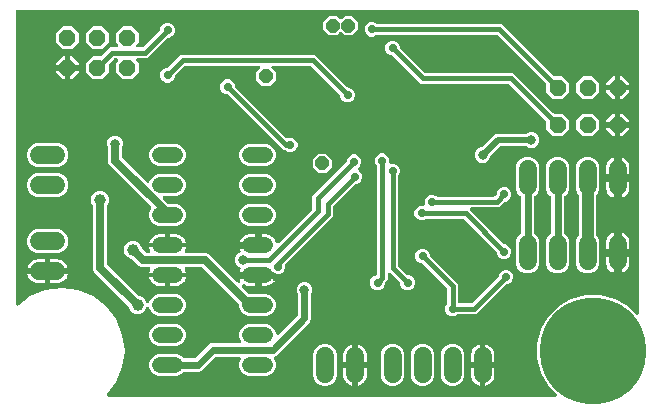
<source format=gbr>
G04 EAGLE Gerber RS-274X export*
G75*
%MOMM*%
%FSLAX34Y34*%
%LPD*%
%INBottom Copper*%
%IPPOS*%
%AMOC8*
5,1,8,0,0,1.08239X$1,22.5*%
G01*
%ADD10C,1.508000*%
%ADD11C,9.000000*%
%ADD12P,1.539592X8X202.500000*%
%ADD13C,1.320800*%
%ADD14P,1.539592X8X112.500000*%
%ADD15P,1.209679X8X22.500000*%
%ADD16P,1.209679X8X112.500000*%
%ADD17C,0.806400*%
%ADD18C,0.706400*%
%ADD19C,0.700000*%
%ADD20C,0.600000*%
%ADD21C,0.500000*%
%ADD22C,1.000000*%
%ADD23C,0.400000*%
%ADD24C,1.006400*%

G36*
X467947Y11201D02*
X467947Y11201D01*
X468050Y11213D01*
X468155Y11215D01*
X468222Y11233D01*
X468290Y11241D01*
X468389Y11276D01*
X468489Y11302D01*
X468550Y11335D01*
X468616Y11358D01*
X468703Y11415D01*
X468795Y11464D01*
X468847Y11509D01*
X468905Y11547D01*
X468977Y11622D01*
X469056Y11691D01*
X469096Y11747D01*
X469144Y11797D01*
X469197Y11887D01*
X469258Y11972D01*
X469284Y12036D01*
X469319Y12095D01*
X469350Y12195D01*
X469389Y12291D01*
X469401Y12360D01*
X469421Y12426D01*
X469428Y12530D01*
X469445Y12633D01*
X469440Y12702D01*
X469445Y12771D01*
X469428Y12873D01*
X469420Y12978D01*
X469400Y13044D01*
X469389Y13112D01*
X469349Y13208D01*
X469318Y13308D01*
X469282Y13367D01*
X469256Y13431D01*
X469195Y13516D01*
X469142Y13605D01*
X469073Y13684D01*
X469054Y13711D01*
X469037Y13726D01*
X469007Y13760D01*
X461958Y20809D01*
X455699Y31650D01*
X452459Y43741D01*
X452459Y56259D01*
X455699Y68350D01*
X461958Y79191D01*
X470809Y88042D01*
X481650Y94301D01*
X493741Y97541D01*
X506259Y97541D01*
X518350Y94301D01*
X529191Y88042D01*
X536240Y80993D01*
X536322Y80928D01*
X536397Y80856D01*
X536457Y80821D01*
X536511Y80778D01*
X536605Y80734D01*
X536695Y80681D01*
X536761Y80661D01*
X536824Y80631D01*
X536926Y80610D01*
X537026Y80579D01*
X537095Y80574D01*
X537162Y80560D01*
X537266Y80563D01*
X537371Y80555D01*
X537439Y80567D01*
X537508Y80568D01*
X537609Y80595D01*
X537712Y80611D01*
X537776Y80638D01*
X537842Y80655D01*
X537935Y80704D01*
X538031Y80744D01*
X538087Y80785D01*
X538148Y80817D01*
X538227Y80885D01*
X538311Y80946D01*
X538357Y80999D01*
X538409Y81044D01*
X538470Y81129D01*
X538538Y81207D01*
X538570Y81269D01*
X538611Y81325D01*
X538650Y81421D01*
X538699Y81514D01*
X538716Y81580D01*
X538743Y81644D01*
X538759Y81747D01*
X538785Y81848D01*
X538792Y81952D01*
X538798Y81986D01*
X538796Y82008D01*
X538799Y82053D01*
X538799Y337300D01*
X538795Y337335D01*
X538798Y337371D01*
X538775Y337507D01*
X538759Y337643D01*
X538747Y337677D01*
X538742Y337712D01*
X538689Y337839D01*
X538642Y337969D01*
X538623Y337998D01*
X538609Y338031D01*
X538528Y338143D01*
X538453Y338258D01*
X538427Y338283D01*
X538407Y338311D01*
X538303Y338402D01*
X538203Y338497D01*
X538172Y338515D01*
X538146Y338538D01*
X538023Y338602D01*
X537905Y338672D01*
X537871Y338682D01*
X537839Y338699D01*
X537706Y338733D01*
X537574Y338774D01*
X537539Y338776D01*
X537505Y338785D01*
X537300Y338799D01*
X12700Y338799D01*
X12665Y338795D01*
X12629Y338798D01*
X12493Y338775D01*
X12357Y338759D01*
X12323Y338747D01*
X12288Y338742D01*
X12161Y338689D01*
X12031Y338642D01*
X12002Y338623D01*
X11969Y338609D01*
X11857Y338528D01*
X11742Y338453D01*
X11717Y338427D01*
X11689Y338407D01*
X11598Y338303D01*
X11503Y338203D01*
X11485Y338172D01*
X11462Y338146D01*
X11398Y338023D01*
X11328Y337905D01*
X11318Y337871D01*
X11301Y337839D01*
X11267Y337706D01*
X11226Y337574D01*
X11224Y337539D01*
X11215Y337505D01*
X11201Y337300D01*
X11201Y89912D01*
X11201Y89905D01*
X11201Y89899D01*
X11221Y89735D01*
X11241Y89568D01*
X11243Y89562D01*
X11243Y89556D01*
X11301Y89401D01*
X11358Y89243D01*
X11361Y89238D01*
X11364Y89232D01*
X11456Y89094D01*
X11547Y88953D01*
X11551Y88949D01*
X11555Y88944D01*
X11676Y88830D01*
X11797Y88715D01*
X11802Y88712D01*
X11807Y88707D01*
X11952Y88624D01*
X12095Y88540D01*
X12101Y88538D01*
X12107Y88535D01*
X12266Y88487D01*
X12426Y88438D01*
X12432Y88437D01*
X12438Y88435D01*
X12603Y88425D01*
X12771Y88414D01*
X12777Y88415D01*
X12783Y88415D01*
X12947Y88443D01*
X13112Y88470D01*
X13117Y88472D01*
X13124Y88473D01*
X13277Y88539D01*
X13431Y88603D01*
X13436Y88606D01*
X13442Y88609D01*
X13613Y88722D01*
X23336Y96183D01*
X36198Y101511D01*
X50000Y103328D01*
X63802Y101511D01*
X76664Y96183D01*
X87708Y87708D01*
X96183Y76664D01*
X101511Y63802D01*
X103328Y50000D01*
X101511Y36198D01*
X96183Y23336D01*
X88722Y13613D01*
X88719Y13607D01*
X88715Y13603D01*
X88630Y13459D01*
X88545Y13316D01*
X88543Y13310D01*
X88540Y13305D01*
X88490Y13145D01*
X88440Y12986D01*
X88440Y12980D01*
X88438Y12974D01*
X88426Y12807D01*
X88413Y12642D01*
X88414Y12636D01*
X88414Y12629D01*
X88441Y12466D01*
X88467Y12300D01*
X88469Y12294D01*
X88470Y12288D01*
X88533Y12136D01*
X88597Y11980D01*
X88600Y11975D01*
X88603Y11969D01*
X88700Y11834D01*
X88797Y11698D01*
X88801Y11694D01*
X88805Y11689D01*
X88932Y11578D01*
X89056Y11469D01*
X89061Y11466D01*
X89066Y11462D01*
X89216Y11383D01*
X89361Y11306D01*
X89367Y11304D01*
X89372Y11301D01*
X89536Y11259D01*
X89695Y11217D01*
X89701Y11216D01*
X89707Y11215D01*
X89912Y11201D01*
X467947Y11201D01*
G37*
%LPC*%
G36*
X131277Y28955D02*
X131277Y28955D01*
X127916Y30347D01*
X125343Y32920D01*
X123951Y36281D01*
X123951Y39919D01*
X125343Y43280D01*
X127916Y45853D01*
X131277Y47245D01*
X148123Y47245D01*
X151484Y45853D01*
X153257Y44080D01*
X153366Y43993D01*
X153471Y43902D01*
X153501Y43886D01*
X153528Y43865D01*
X153654Y43806D01*
X153777Y43741D01*
X153810Y43733D01*
X153841Y43718D01*
X153977Y43690D01*
X154112Y43655D01*
X154157Y43652D01*
X154179Y43647D01*
X154213Y43648D01*
X154317Y43641D01*
X162184Y43641D01*
X162322Y43657D01*
X162461Y43667D01*
X162494Y43677D01*
X162527Y43681D01*
X162658Y43728D01*
X162792Y43769D01*
X162821Y43787D01*
X162853Y43798D01*
X162969Y43874D01*
X163089Y43945D01*
X163123Y43975D01*
X163142Y43987D01*
X163165Y44011D01*
X163244Y44080D01*
X174661Y55497D01*
X176698Y56341D01*
X200119Y56341D01*
X200275Y56359D01*
X200430Y56373D01*
X200446Y56379D01*
X200463Y56381D01*
X200610Y56434D01*
X200758Y56483D01*
X200772Y56492D01*
X200788Y56498D01*
X200919Y56583D01*
X201052Y56666D01*
X201064Y56678D01*
X201078Y56687D01*
X201185Y56800D01*
X201296Y56910D01*
X201305Y56925D01*
X201316Y56937D01*
X201395Y57071D01*
X201477Y57205D01*
X201483Y57221D01*
X201491Y57235D01*
X201537Y57384D01*
X201587Y57533D01*
X201588Y57549D01*
X201593Y57566D01*
X201604Y57722D01*
X201618Y57877D01*
X201616Y57894D01*
X201617Y57911D01*
X201592Y58065D01*
X201570Y58219D01*
X201563Y58240D01*
X201561Y58252D01*
X201551Y58277D01*
X201505Y58414D01*
X200151Y61681D01*
X200151Y65319D01*
X201543Y68680D01*
X204116Y71253D01*
X207477Y72645D01*
X224323Y72645D01*
X227684Y71253D01*
X230257Y68680D01*
X231649Y65319D01*
X231649Y65304D01*
X231661Y65201D01*
X231663Y65096D01*
X231681Y65029D01*
X231689Y64961D01*
X231724Y64862D01*
X231750Y64762D01*
X231783Y64700D01*
X231806Y64635D01*
X231863Y64548D01*
X231912Y64456D01*
X231957Y64404D01*
X231995Y64346D01*
X232070Y64274D01*
X232139Y64195D01*
X232195Y64155D01*
X232245Y64107D01*
X232335Y64054D01*
X232420Y63993D01*
X232484Y63967D01*
X232543Y63932D01*
X232643Y63901D01*
X232739Y63861D01*
X232808Y63850D01*
X232874Y63830D01*
X232978Y63823D01*
X233081Y63806D01*
X233150Y63811D01*
X233219Y63806D01*
X233321Y63823D01*
X233426Y63831D01*
X233492Y63851D01*
X233560Y63862D01*
X233656Y63902D01*
X233756Y63933D01*
X233815Y63969D01*
X233879Y63995D01*
X233964Y64056D01*
X234053Y64109D01*
X234132Y64178D01*
X234159Y64197D01*
X234174Y64214D01*
X234208Y64244D01*
X249608Y79643D01*
X249694Y79752D01*
X249786Y79858D01*
X249801Y79888D01*
X249822Y79914D01*
X249881Y80040D01*
X249946Y80164D01*
X249955Y80197D01*
X249969Y80227D01*
X249998Y80364D01*
X250033Y80499D01*
X250036Y80544D01*
X250040Y80566D01*
X250040Y80599D01*
X250047Y80704D01*
X250047Y97503D01*
X250045Y97521D01*
X250046Y97540D01*
X250025Y97693D01*
X250007Y97846D01*
X250001Y97864D01*
X249998Y97882D01*
X249933Y98077D01*
X249015Y100293D01*
X249015Y102907D01*
X250015Y105323D01*
X251864Y107172D01*
X254280Y108173D01*
X256895Y108173D01*
X259311Y107172D01*
X261160Y105323D01*
X262160Y102907D01*
X262160Y100293D01*
X261242Y98077D01*
X261237Y98059D01*
X261229Y98042D01*
X261190Y97892D01*
X261148Y97744D01*
X261147Y97726D01*
X261142Y97708D01*
X261128Y97503D01*
X261128Y76685D01*
X260285Y74649D01*
X231739Y46103D01*
X230768Y45701D01*
X230631Y45625D01*
X230493Y45552D01*
X230480Y45541D01*
X230466Y45532D01*
X230350Y45427D01*
X230233Y45325D01*
X230223Y45311D01*
X230210Y45299D01*
X230122Y45171D01*
X230031Y45044D01*
X230024Y45028D01*
X230015Y45014D01*
X229959Y44869D01*
X229899Y44724D01*
X229896Y44707D01*
X229890Y44692D01*
X229869Y44538D01*
X229844Y44383D01*
X229845Y44366D01*
X229842Y44349D01*
X229857Y44194D01*
X229868Y44038D01*
X229873Y44022D01*
X229875Y44005D01*
X229924Y43857D01*
X229971Y43708D01*
X229979Y43693D01*
X229985Y43677D01*
X230067Y43545D01*
X230146Y43410D01*
X230161Y43394D01*
X230167Y43383D01*
X230187Y43364D01*
X230254Y43287D01*
X231649Y39919D01*
X231649Y36281D01*
X230257Y32920D01*
X227684Y30347D01*
X224323Y28955D01*
X207477Y28955D01*
X204116Y30347D01*
X201543Y32920D01*
X200151Y36281D01*
X200151Y39919D01*
X201505Y43186D01*
X201547Y43336D01*
X201593Y43486D01*
X201595Y43503D01*
X201599Y43519D01*
X201606Y43674D01*
X201617Y43831D01*
X201614Y43847D01*
X201615Y43864D01*
X201586Y44018D01*
X201561Y44172D01*
X201555Y44187D01*
X201551Y44204D01*
X201488Y44347D01*
X201428Y44491D01*
X201419Y44505D01*
X201412Y44520D01*
X201317Y44645D01*
X201226Y44771D01*
X201213Y44783D01*
X201203Y44796D01*
X201083Y44896D01*
X200965Y44998D01*
X200950Y45006D01*
X200937Y45017D01*
X200797Y45086D01*
X200659Y45159D01*
X200642Y45163D01*
X200627Y45171D01*
X200476Y45206D01*
X200324Y45245D01*
X200302Y45247D01*
X200291Y45249D01*
X200263Y45249D01*
X200119Y45259D01*
X180716Y45259D01*
X180578Y45243D01*
X180439Y45233D01*
X180406Y45223D01*
X180373Y45219D01*
X180242Y45172D01*
X180108Y45131D01*
X180079Y45113D01*
X180047Y45102D01*
X179931Y45026D01*
X179811Y44955D01*
X179777Y44925D01*
X179758Y44913D01*
X179735Y44889D01*
X179656Y44820D01*
X168239Y33403D01*
X166202Y32559D01*
X154317Y32559D01*
X154179Y32543D01*
X154039Y32533D01*
X154007Y32523D01*
X153973Y32519D01*
X153843Y32472D01*
X153709Y32431D01*
X153680Y32413D01*
X153648Y32402D01*
X153531Y32326D01*
X153411Y32255D01*
X153377Y32225D01*
X153359Y32213D01*
X153335Y32189D01*
X153257Y32120D01*
X151484Y30347D01*
X148123Y28955D01*
X131277Y28955D01*
G37*
%LPD*%
%LPC*%
G36*
X232155Y115371D02*
X232155Y115371D01*
X230112Y116217D01*
X230094Y116222D01*
X230078Y116231D01*
X229927Y116270D01*
X229779Y116312D01*
X229761Y116313D01*
X229743Y116317D01*
X229538Y116331D01*
X216432Y116331D01*
X216397Y116327D01*
X216362Y116330D01*
X216226Y116307D01*
X216089Y116291D01*
X216055Y116279D01*
X216020Y116274D01*
X215912Y116228D01*
X215907Y116231D01*
X215774Y116265D01*
X215642Y116306D01*
X215607Y116308D01*
X215572Y116317D01*
X215368Y116331D01*
X200359Y116331D01*
X200376Y116441D01*
X200821Y117810D01*
X201373Y118893D01*
X201405Y118981D01*
X201447Y119065D01*
X201465Y119142D01*
X201493Y119217D01*
X201505Y119310D01*
X201526Y119402D01*
X201526Y119481D01*
X201536Y119560D01*
X201526Y119653D01*
X201526Y119748D01*
X201508Y119825D01*
X201499Y119903D01*
X201468Y119992D01*
X201446Y120084D01*
X201411Y120155D01*
X201385Y120230D01*
X201334Y120309D01*
X201292Y120393D01*
X201241Y120454D01*
X201198Y120521D01*
X201131Y120587D01*
X201071Y120659D01*
X201007Y120707D01*
X200950Y120762D01*
X200870Y120810D01*
X200794Y120867D01*
X200681Y120923D01*
X200654Y120940D01*
X200638Y120945D01*
X200611Y120958D01*
X199477Y121428D01*
X197628Y123277D01*
X196627Y125693D01*
X196627Y128307D01*
X197628Y130723D01*
X199477Y132572D01*
X200611Y133042D01*
X200693Y133088D01*
X200780Y133125D01*
X200843Y133171D01*
X200913Y133210D01*
X200982Y133273D01*
X201058Y133329D01*
X201110Y133390D01*
X201168Y133443D01*
X201221Y133521D01*
X201282Y133592D01*
X201319Y133663D01*
X201363Y133728D01*
X201397Y133816D01*
X201440Y133900D01*
X201460Y133977D01*
X201488Y134051D01*
X201501Y134144D01*
X201524Y134236D01*
X201525Y134315D01*
X201536Y134393D01*
X201527Y134487D01*
X201528Y134581D01*
X201511Y134659D01*
X201504Y134737D01*
X201474Y134827D01*
X201453Y134919D01*
X201404Y135035D01*
X201393Y135065D01*
X201385Y135079D01*
X201373Y135107D01*
X200821Y136190D01*
X200376Y137559D01*
X200359Y137669D01*
X215368Y137669D01*
X215403Y137673D01*
X215438Y137670D01*
X215574Y137693D01*
X215711Y137709D01*
X215745Y137721D01*
X215780Y137726D01*
X215907Y137779D01*
X216036Y137826D01*
X216066Y137845D01*
X216099Y137859D01*
X216211Y137940D01*
X216326Y138015D01*
X216350Y138041D01*
X216379Y138061D01*
X216470Y138165D01*
X216565Y138265D01*
X216583Y138296D01*
X216606Y138322D01*
X216670Y138445D01*
X216740Y138563D01*
X216750Y138597D01*
X216767Y138628D01*
X216801Y138762D01*
X216808Y138785D01*
X216809Y138785D01*
X216844Y138791D01*
X216971Y138843D01*
X217101Y138890D01*
X217130Y138910D01*
X217163Y138923D01*
X217275Y139004D01*
X217390Y139079D01*
X217415Y139105D01*
X217443Y139126D01*
X217534Y139230D01*
X217629Y139329D01*
X217647Y139360D01*
X217670Y139387D01*
X217734Y139509D01*
X217804Y139627D01*
X217814Y139661D01*
X217831Y139693D01*
X217865Y139826D01*
X217906Y139958D01*
X217908Y139993D01*
X217917Y140028D01*
X217931Y140232D01*
X217931Y148845D01*
X223224Y148845D01*
X224645Y148620D01*
X226014Y148175D01*
X227297Y147521D01*
X228461Y146675D01*
X229479Y145657D01*
X230325Y144493D01*
X230979Y143210D01*
X231261Y142341D01*
X231279Y142302D01*
X231290Y142262D01*
X231351Y142146D01*
X231405Y142026D01*
X231431Y141993D01*
X231451Y141956D01*
X231537Y141857D01*
X231618Y141753D01*
X231650Y141727D01*
X231678Y141695D01*
X231785Y141619D01*
X231887Y141536D01*
X231925Y141518D01*
X231959Y141493D01*
X232080Y141443D01*
X232198Y141387D01*
X232239Y141378D01*
X232279Y141362D01*
X232408Y141341D01*
X232536Y141312D01*
X232578Y141313D01*
X232620Y141306D01*
X232751Y141316D01*
X232882Y141317D01*
X232923Y141328D01*
X232965Y141331D01*
X233090Y141370D01*
X233217Y141402D01*
X233255Y141421D01*
X233295Y141433D01*
X233408Y141500D01*
X233524Y141560D01*
X233556Y141588D01*
X233593Y141609D01*
X233747Y141744D01*
X261720Y169717D01*
X261807Y169826D01*
X261898Y169931D01*
X261914Y169961D01*
X261935Y169988D01*
X261994Y170114D01*
X262059Y170237D01*
X262067Y170270D01*
X262082Y170301D01*
X262110Y170437D01*
X262145Y170572D01*
X262148Y170617D01*
X262153Y170639D01*
X262152Y170673D01*
X262159Y170777D01*
X262159Y181268D01*
X291144Y210253D01*
X291231Y210363D01*
X291322Y210468D01*
X291338Y210498D01*
X291359Y210525D01*
X291418Y210651D01*
X291483Y210774D01*
X291492Y210807D01*
X291506Y210838D01*
X291535Y210974D01*
X291569Y211109D01*
X291573Y211154D01*
X291577Y211176D01*
X291576Y211210D01*
X291584Y211314D01*
X291584Y211552D01*
X292508Y213784D01*
X294216Y215492D01*
X296448Y216416D01*
X298864Y216416D01*
X301096Y215492D01*
X302804Y213784D01*
X303729Y211552D01*
X303729Y209136D01*
X302804Y206904D01*
X301216Y205315D01*
X301119Y205193D01*
X301019Y205072D01*
X301012Y205057D01*
X301001Y205044D01*
X300935Y204902D01*
X300865Y204763D01*
X300861Y204746D01*
X300854Y204731D01*
X300822Y204578D01*
X300786Y204426D01*
X300786Y204409D01*
X300783Y204393D01*
X300787Y204236D01*
X300787Y204080D01*
X300791Y204064D01*
X300791Y204047D01*
X300830Y203896D01*
X300866Y203744D01*
X300874Y203729D01*
X300878Y203712D01*
X300951Y203575D01*
X301021Y203435D01*
X301032Y203422D01*
X301040Y203407D01*
X301142Y203289D01*
X301242Y203169D01*
X301256Y203159D01*
X301267Y203146D01*
X301393Y203055D01*
X301518Y202961D01*
X301538Y202951D01*
X301548Y202944D01*
X301573Y202934D01*
X301702Y202870D01*
X301890Y202792D01*
X303598Y201084D01*
X304523Y198852D01*
X304523Y196436D01*
X303598Y194204D01*
X301890Y192496D01*
X299658Y191571D01*
X299420Y191571D01*
X299282Y191555D01*
X299142Y191545D01*
X299110Y191535D01*
X299076Y191531D01*
X298946Y191484D01*
X298812Y191442D01*
X298783Y191425D01*
X298751Y191414D01*
X298634Y191338D01*
X298514Y191267D01*
X298480Y191237D01*
X298462Y191225D01*
X298438Y191200D01*
X298360Y191132D01*
X280411Y173183D01*
X280325Y173074D01*
X280233Y172969D01*
X280217Y172939D01*
X280196Y172912D01*
X280137Y172786D01*
X280072Y172663D01*
X280064Y172630D01*
X280050Y172599D01*
X280021Y172463D01*
X279986Y172328D01*
X279983Y172283D01*
X279978Y172261D01*
X279979Y172227D01*
X279972Y172123D01*
X279972Y164013D01*
X239874Y123915D01*
X239788Y123806D01*
X239696Y123701D01*
X239681Y123671D01*
X239660Y123644D01*
X239601Y123518D01*
X239536Y123395D01*
X239527Y123362D01*
X239513Y123331D01*
X239484Y123195D01*
X239449Y123060D01*
X239446Y123015D01*
X239442Y122993D01*
X239442Y122959D01*
X239435Y122855D01*
X239435Y120236D01*
X238511Y118004D01*
X236802Y116296D01*
X234570Y115371D01*
X232155Y115371D01*
G37*
%LPD*%
%LPC*%
G36*
X207477Y79755D02*
X207477Y79755D01*
X204116Y81147D01*
X201543Y83720D01*
X200151Y87081D01*
X200151Y89135D01*
X200135Y89273D01*
X200125Y89412D01*
X200115Y89445D01*
X200111Y89478D01*
X200064Y89609D01*
X200023Y89742D01*
X200005Y89772D01*
X199994Y89803D01*
X199918Y89920D01*
X199847Y90040D01*
X199817Y90074D01*
X199805Y90093D01*
X199781Y90116D01*
X199735Y90169D01*
X199732Y90173D01*
X199729Y90176D01*
X199712Y90195D01*
X169387Y120520D01*
X169278Y120607D01*
X169172Y120698D01*
X169142Y120714D01*
X169116Y120735D01*
X168990Y120794D01*
X168866Y120859D01*
X168834Y120867D01*
X168803Y120882D01*
X168667Y120910D01*
X168532Y120945D01*
X168486Y120948D01*
X168465Y120953D01*
X168431Y120952D01*
X168327Y120959D01*
X155621Y120959D01*
X155579Y120954D01*
X155537Y120957D01*
X155407Y120934D01*
X155277Y120919D01*
X155238Y120905D01*
X155196Y120898D01*
X155075Y120846D01*
X154952Y120802D01*
X154917Y120779D01*
X154878Y120762D01*
X154772Y120685D01*
X154663Y120613D01*
X154634Y120583D01*
X154599Y120558D01*
X154514Y120458D01*
X154424Y120363D01*
X154403Y120327D01*
X154375Y120294D01*
X154315Y120178D01*
X154249Y120065D01*
X154237Y120024D01*
X154217Y119987D01*
X154186Y119860D01*
X154147Y119734D01*
X154144Y119692D01*
X154134Y119651D01*
X154132Y119520D01*
X154123Y119389D01*
X154130Y119348D01*
X154130Y119306D01*
X154158Y119178D01*
X154179Y119048D01*
X154195Y119009D01*
X154205Y118968D01*
X154285Y118779D01*
X154779Y117810D01*
X155224Y116441D01*
X155241Y116331D01*
X140232Y116331D01*
X140197Y116327D01*
X140162Y116330D01*
X140026Y116307D01*
X139889Y116291D01*
X139855Y116279D01*
X139820Y116274D01*
X139712Y116228D01*
X139707Y116231D01*
X139574Y116265D01*
X139442Y116306D01*
X139407Y116308D01*
X139372Y116317D01*
X139168Y116331D01*
X124159Y116331D01*
X124176Y116441D01*
X124621Y117810D01*
X125115Y118779D01*
X125130Y118819D01*
X125151Y118855D01*
X125190Y118981D01*
X125235Y119103D01*
X125241Y119145D01*
X125253Y119186D01*
X125262Y119317D01*
X125278Y119447D01*
X125274Y119488D01*
X125277Y119531D01*
X125255Y119660D01*
X125242Y119790D01*
X125228Y119830D01*
X125221Y119872D01*
X125170Y119993D01*
X125127Y120117D01*
X125104Y120152D01*
X125088Y120191D01*
X125011Y120297D01*
X124941Y120408D01*
X124911Y120437D01*
X124886Y120471D01*
X124787Y120557D01*
X124693Y120649D01*
X124657Y120670D01*
X124625Y120698D01*
X124509Y120759D01*
X124396Y120826D01*
X124356Y120839D01*
X124319Y120859D01*
X124192Y120892D01*
X124067Y120931D01*
X124025Y120935D01*
X123984Y120945D01*
X123779Y120959D01*
X117861Y120959D01*
X115641Y121879D01*
X109800Y127719D01*
X109691Y127806D01*
X109586Y127897D01*
X109556Y127913D01*
X109529Y127934D01*
X109403Y127993D01*
X109280Y128058D01*
X109247Y128067D01*
X109216Y128081D01*
X109080Y128110D01*
X108945Y128144D01*
X108900Y128148D01*
X108878Y128152D01*
X108844Y128151D01*
X108842Y128152D01*
X106042Y129311D01*
X103911Y131442D01*
X102759Y134225D01*
X102759Y137238D01*
X103911Y140021D01*
X106042Y142151D01*
X108825Y143304D01*
X111838Y143304D01*
X114621Y142151D01*
X116751Y140021D01*
X117918Y137205D01*
X117920Y137184D01*
X117930Y137045D01*
X117940Y137013D01*
X117944Y136979D01*
X117991Y136848D01*
X118033Y136715D01*
X118050Y136686D01*
X118061Y136654D01*
X118137Y136537D01*
X118208Y136417D01*
X118238Y136383D01*
X118250Y136364D01*
X118275Y136341D01*
X118343Y136262D01*
X121126Y133480D01*
X121235Y133393D01*
X121340Y133302D01*
X121370Y133286D01*
X121397Y133265D01*
X121523Y133206D01*
X121646Y133141D01*
X121679Y133133D01*
X121710Y133118D01*
X121846Y133090D01*
X121981Y133055D01*
X122026Y133052D01*
X122048Y133047D01*
X122082Y133048D01*
X122186Y133041D01*
X123779Y133041D01*
X123821Y133046D01*
X123863Y133043D01*
X123993Y133066D01*
X124123Y133081D01*
X124162Y133095D01*
X124204Y133102D01*
X124325Y133154D01*
X124448Y133198D01*
X124483Y133221D01*
X124522Y133238D01*
X124628Y133315D01*
X124737Y133387D01*
X124766Y133417D01*
X124801Y133442D01*
X124886Y133542D01*
X124976Y133637D01*
X124997Y133673D01*
X125025Y133706D01*
X125085Y133822D01*
X125151Y133935D01*
X125163Y133976D01*
X125183Y134013D01*
X125214Y134140D01*
X125253Y134266D01*
X125256Y134308D01*
X125266Y134349D01*
X125268Y134480D01*
X125277Y134611D01*
X125270Y134652D01*
X125270Y134694D01*
X125242Y134822D01*
X125221Y134952D01*
X125205Y134991D01*
X125195Y135032D01*
X125115Y135221D01*
X124621Y136190D01*
X124176Y137559D01*
X124159Y137669D01*
X139168Y137669D01*
X139203Y137673D01*
X139238Y137670D01*
X139374Y137693D01*
X139511Y137709D01*
X139545Y137721D01*
X139580Y137726D01*
X139688Y137771D01*
X139693Y137769D01*
X139826Y137735D01*
X139958Y137694D01*
X139993Y137692D01*
X140028Y137683D01*
X140232Y137669D01*
X155241Y137669D01*
X155224Y137559D01*
X154779Y136190D01*
X154285Y135221D01*
X154270Y135181D01*
X154249Y135145D01*
X154210Y135019D01*
X154165Y134897D01*
X154159Y134855D01*
X154147Y134814D01*
X154138Y134683D01*
X154122Y134553D01*
X154126Y134512D01*
X154123Y134469D01*
X154145Y134340D01*
X154158Y134210D01*
X154172Y134170D01*
X154179Y134128D01*
X154230Y134007D01*
X154273Y133883D01*
X154296Y133848D01*
X154312Y133809D01*
X154389Y133703D01*
X154459Y133592D01*
X154489Y133563D01*
X154514Y133529D01*
X154613Y133442D01*
X154707Y133351D01*
X154743Y133330D01*
X154775Y133302D01*
X154891Y133241D01*
X155004Y133174D01*
X155044Y133161D01*
X155081Y133141D01*
X155208Y133108D01*
X155333Y133069D01*
X155375Y133065D01*
X155416Y133055D01*
X155621Y133041D01*
X172652Y133041D01*
X174872Y132121D01*
X198925Y108068D01*
X199012Y107999D01*
X199093Y107923D01*
X199147Y107892D01*
X199196Y107853D01*
X199297Y107806D01*
X199393Y107750D01*
X199453Y107733D01*
X199509Y107706D01*
X199618Y107683D01*
X199724Y107651D01*
X199787Y107648D01*
X199848Y107635D01*
X199959Y107637D01*
X200069Y107631D01*
X200131Y107642D01*
X200193Y107643D01*
X200301Y107671D01*
X200410Y107690D01*
X200468Y107714D01*
X200528Y107730D01*
X200626Y107782D01*
X200728Y107825D01*
X200778Y107862D01*
X200834Y107892D01*
X200917Y107964D01*
X201007Y108030D01*
X201047Y108078D01*
X201094Y108119D01*
X201159Y108209D01*
X201231Y108293D01*
X201259Y108349D01*
X201296Y108400D01*
X201338Y108502D01*
X201389Y108601D01*
X201404Y108661D01*
X201428Y108719D01*
X201446Y108829D01*
X201472Y108936D01*
X201473Y108999D01*
X201483Y109060D01*
X201475Y109171D01*
X201477Y109282D01*
X201463Y109343D01*
X201459Y109405D01*
X201426Y109511D01*
X201402Y109620D01*
X201366Y109704D01*
X201356Y109735D01*
X201343Y109758D01*
X201321Y109808D01*
X200821Y110790D01*
X200376Y112159D01*
X200359Y112269D01*
X213869Y112269D01*
X213869Y105155D01*
X208576Y105155D01*
X207155Y105380D01*
X205786Y105825D01*
X204804Y106325D01*
X204700Y106364D01*
X204600Y106411D01*
X204539Y106424D01*
X204480Y106446D01*
X204370Y106459D01*
X204262Y106482D01*
X204199Y106481D01*
X204137Y106489D01*
X204027Y106477D01*
X203916Y106474D01*
X203855Y106458D01*
X203793Y106452D01*
X203689Y106415D01*
X203581Y106387D01*
X203526Y106358D01*
X203467Y106337D01*
X203373Y106277D01*
X203276Y106226D01*
X203229Y106185D01*
X203176Y106151D01*
X203099Y106071D01*
X203015Y105998D01*
X202978Y105948D01*
X202935Y105903D01*
X202878Y105808D01*
X202813Y105718D01*
X202789Y105660D01*
X202757Y105606D01*
X202724Y105501D01*
X202681Y105398D01*
X202671Y105336D01*
X202652Y105277D01*
X202644Y105166D01*
X202626Y105057D01*
X202630Y104994D01*
X202626Y104932D01*
X202643Y104823D01*
X202650Y104712D01*
X202669Y104652D01*
X202679Y104591D01*
X202720Y104488D01*
X202753Y104382D01*
X202785Y104328D01*
X202808Y104270D01*
X202872Y104180D01*
X202929Y104084D01*
X202989Y104015D01*
X203008Y103988D01*
X203027Y103971D01*
X203064Y103929D01*
X208509Y98484D01*
X208618Y98397D01*
X208724Y98306D01*
X208754Y98290D01*
X208780Y98269D01*
X208906Y98210D01*
X209030Y98145D01*
X209062Y98137D01*
X209093Y98122D01*
X209229Y98094D01*
X209364Y98059D01*
X209410Y98056D01*
X209431Y98051D01*
X209465Y98052D01*
X209569Y98045D01*
X224323Y98045D01*
X227684Y96653D01*
X230257Y94080D01*
X231649Y90719D01*
X231649Y87081D01*
X230257Y83720D01*
X227684Y81147D01*
X224323Y79755D01*
X207477Y79755D01*
G37*
%LPD*%
%LPC*%
G36*
X316292Y101877D02*
X316292Y101877D01*
X314060Y102802D01*
X312352Y104510D01*
X311427Y106742D01*
X311427Y109158D01*
X312352Y111390D01*
X314060Y113098D01*
X316002Y113903D01*
X316079Y113945D01*
X316160Y113979D01*
X316229Y114029D01*
X316305Y114071D01*
X316369Y114130D01*
X316440Y114181D01*
X316497Y114246D01*
X316560Y114304D01*
X316609Y114376D01*
X316667Y114442D01*
X316707Y114519D01*
X316755Y114589D01*
X316787Y114671D01*
X316828Y114748D01*
X316849Y114832D01*
X316880Y114912D01*
X316892Y114998D01*
X316914Y115083D01*
X316924Y115227D01*
X316928Y115254D01*
X316927Y115266D01*
X316928Y115288D01*
X316928Y206469D01*
X316912Y206607D01*
X316902Y206747D01*
X316892Y206779D01*
X316888Y206812D01*
X316841Y206943D01*
X316799Y207077D01*
X316782Y207106D01*
X316771Y207138D01*
X316695Y207254D01*
X316624Y207375D01*
X316594Y207409D01*
X316582Y207427D01*
X316557Y207451D01*
X316489Y207529D01*
X316321Y207698D01*
X315396Y209930D01*
X315396Y212345D01*
X316321Y214577D01*
X318029Y216286D01*
X320261Y217210D01*
X322677Y217210D01*
X324909Y216286D01*
X326617Y214577D01*
X327541Y212345D01*
X327541Y209978D01*
X327546Y209943D01*
X327543Y209908D01*
X327565Y209772D01*
X327581Y209635D01*
X327593Y209601D01*
X327599Y209566D01*
X327652Y209439D01*
X327699Y209310D01*
X327718Y209280D01*
X327732Y209247D01*
X327812Y209136D01*
X327888Y209020D01*
X327913Y208996D01*
X327934Y208967D01*
X328038Y208876D01*
X328138Y208781D01*
X328168Y208763D01*
X328195Y208740D01*
X328317Y208676D01*
X328436Y208606D01*
X328470Y208596D01*
X328501Y208579D01*
X328635Y208545D01*
X328766Y208504D01*
X328802Y208502D01*
X328836Y208493D01*
X329041Y208479D01*
X331408Y208479D01*
X333640Y207554D01*
X335348Y205846D01*
X336273Y203614D01*
X336273Y201198D01*
X335348Y198966D01*
X335180Y198798D01*
X335093Y198689D01*
X335002Y198583D01*
X334986Y198553D01*
X334965Y198527D01*
X334906Y198401D01*
X334841Y198277D01*
X334833Y198245D01*
X334818Y198214D01*
X334790Y198078D01*
X334755Y197943D01*
X334752Y197897D01*
X334747Y197876D01*
X334748Y197842D01*
X334741Y197738D01*
X334741Y123152D01*
X334757Y123014D01*
X334767Y122874D01*
X334777Y122842D01*
X334781Y122808D01*
X334828Y122677D01*
X334869Y122544D01*
X334887Y122515D01*
X334898Y122483D01*
X334974Y122366D01*
X335045Y122246D01*
X335075Y122212D01*
X335087Y122194D01*
X335111Y122170D01*
X335180Y122092D01*
X342810Y114462D01*
X342919Y114375D01*
X343024Y114284D01*
X343054Y114268D01*
X343081Y114247D01*
X343207Y114188D01*
X343330Y114123D01*
X343363Y114115D01*
X343394Y114100D01*
X343530Y114072D01*
X343665Y114037D01*
X343710Y114034D01*
X343732Y114029D01*
X343766Y114030D01*
X343870Y114023D01*
X344108Y114023D01*
X346340Y113098D01*
X348048Y111390D01*
X348973Y109158D01*
X348973Y106742D01*
X348048Y104510D01*
X346340Y102802D01*
X344108Y101877D01*
X341692Y101877D01*
X339460Y102802D01*
X337752Y104510D01*
X336827Y106742D01*
X336827Y106980D01*
X336811Y107118D01*
X336801Y107258D01*
X336791Y107290D01*
X336787Y107324D01*
X336740Y107455D01*
X336699Y107588D01*
X336681Y107617D01*
X336670Y107649D01*
X336594Y107766D01*
X336523Y107886D01*
X336493Y107920D01*
X336481Y107938D01*
X336457Y107962D01*
X336388Y108040D01*
X328758Y115670D01*
X328569Y115859D01*
X328487Y115924D01*
X328412Y115996D01*
X328352Y116031D01*
X328298Y116074D01*
X328203Y116119D01*
X328113Y116171D01*
X328048Y116192D01*
X327985Y116221D01*
X327883Y116243D01*
X327783Y116273D01*
X327714Y116278D01*
X327647Y116292D01*
X327542Y116290D01*
X327438Y116297D01*
X327370Y116286D01*
X327301Y116284D01*
X327200Y116258D01*
X327097Y116241D01*
X327033Y116215D01*
X326966Y116197D01*
X326874Y116148D01*
X326778Y116108D01*
X326722Y116068D01*
X326661Y116036D01*
X326582Y115967D01*
X326497Y115906D01*
X326452Y115854D01*
X326400Y115809D01*
X326339Y115724D01*
X326271Y115645D01*
X326239Y115584D01*
X326198Y115528D01*
X326158Y115431D01*
X326110Y115339D01*
X326093Y115272D01*
X326066Y115208D01*
X326050Y115105D01*
X326024Y115004D01*
X326016Y114900D01*
X326011Y114867D01*
X326013Y114845D01*
X326009Y114799D01*
X326009Y110038D01*
X324012Y108040D01*
X323925Y107931D01*
X323834Y107826D01*
X323818Y107796D01*
X323797Y107769D01*
X323738Y107643D01*
X323673Y107520D01*
X323665Y107487D01*
X323650Y107456D01*
X323622Y107320D01*
X323587Y107185D01*
X323584Y107140D01*
X323579Y107118D01*
X323580Y107084D01*
X323573Y106980D01*
X323573Y106742D01*
X322648Y104510D01*
X320940Y102802D01*
X318708Y101877D01*
X316292Y101877D01*
G37*
%LPD*%
%LPC*%
G36*
X131277Y79755D02*
X131277Y79755D01*
X127916Y81147D01*
X125343Y83720D01*
X124232Y86402D01*
X124182Y86493D01*
X124139Y86589D01*
X124098Y86644D01*
X124064Y86704D01*
X123994Y86782D01*
X123931Y86865D01*
X123878Y86909D01*
X123831Y86960D01*
X123745Y87019D01*
X123665Y87085D01*
X123603Y87116D01*
X123546Y87155D01*
X123449Y87193D01*
X123355Y87239D01*
X123288Y87255D01*
X123223Y87280D01*
X123120Y87294D01*
X123018Y87318D01*
X122949Y87318D01*
X122881Y87328D01*
X122777Y87318D01*
X122673Y87318D01*
X122605Y87302D01*
X122537Y87295D01*
X122438Y87262D01*
X122336Y87238D01*
X122275Y87207D01*
X122209Y87185D01*
X122120Y87130D01*
X122027Y87084D01*
X121974Y87039D01*
X121915Y87003D01*
X121841Y86929D01*
X121761Y86862D01*
X121720Y86807D01*
X121671Y86758D01*
X121616Y86669D01*
X121553Y86586D01*
X121507Y86493D01*
X121489Y86464D01*
X121482Y86443D01*
X121462Y86402D01*
X120720Y84610D01*
X118590Y82480D01*
X115806Y81327D01*
X112794Y81327D01*
X110010Y82480D01*
X107880Y84610D01*
X106714Y87427D01*
X106711Y87447D01*
X106701Y87586D01*
X106691Y87619D01*
X106687Y87652D01*
X106640Y87783D01*
X106599Y87916D01*
X106581Y87946D01*
X106570Y87977D01*
X106494Y88094D01*
X106423Y88214D01*
X106393Y88248D01*
X106381Y88267D01*
X106357Y88290D01*
X106288Y88369D01*
X77429Y117228D01*
X76509Y119448D01*
X76509Y172510D01*
X76493Y172648D01*
X76483Y172788D01*
X76473Y172820D01*
X76469Y172854D01*
X76422Y172985D01*
X76381Y173118D01*
X76363Y173147D01*
X76352Y173179D01*
X76276Y173296D01*
X76205Y173416D01*
X76175Y173450D01*
X76163Y173468D01*
X76139Y173492D01*
X76137Y173494D01*
X74977Y176294D01*
X74977Y179306D01*
X76130Y182090D01*
X78260Y184220D01*
X81044Y185373D01*
X84056Y185373D01*
X86840Y184220D01*
X88970Y182090D01*
X90123Y179306D01*
X90123Y176294D01*
X88956Y173477D01*
X88943Y173461D01*
X88852Y173356D01*
X88836Y173326D01*
X88815Y173299D01*
X88756Y173173D01*
X88691Y173050D01*
X88683Y173017D01*
X88668Y172986D01*
X88640Y172850D01*
X88605Y172715D01*
X88602Y172670D01*
X88597Y172648D01*
X88598Y172614D01*
X88591Y172510D01*
X88591Y123773D01*
X88607Y123635D01*
X88617Y123496D01*
X88627Y123463D01*
X88631Y123430D01*
X88678Y123298D01*
X88719Y123166D01*
X88737Y123136D01*
X88748Y123105D01*
X88824Y122988D01*
X88895Y122868D01*
X88925Y122834D01*
X88937Y122815D01*
X88961Y122792D01*
X89030Y122713D01*
X114831Y96912D01*
X114940Y96825D01*
X115046Y96734D01*
X115076Y96718D01*
X115102Y96697D01*
X115228Y96638D01*
X115352Y96573D01*
X115384Y96565D01*
X115415Y96550D01*
X115551Y96522D01*
X115686Y96487D01*
X115732Y96484D01*
X115753Y96479D01*
X115787Y96480D01*
X115789Y96480D01*
X118590Y95320D01*
X120720Y93190D01*
X121462Y91398D01*
X121513Y91307D01*
X121555Y91211D01*
X121597Y91156D01*
X121630Y91096D01*
X121701Y91018D01*
X121764Y90935D01*
X121817Y90891D01*
X121863Y90840D01*
X121949Y90781D01*
X122030Y90715D01*
X122092Y90684D01*
X122149Y90645D01*
X122246Y90607D01*
X122339Y90561D01*
X122407Y90545D01*
X122471Y90520D01*
X122575Y90506D01*
X122676Y90482D01*
X122745Y90482D01*
X122814Y90472D01*
X122917Y90482D01*
X123022Y90482D01*
X123089Y90498D01*
X123158Y90505D01*
X123257Y90538D01*
X123358Y90562D01*
X123420Y90593D01*
X123486Y90615D01*
X123574Y90670D01*
X123667Y90716D01*
X123720Y90761D01*
X123779Y90797D01*
X123853Y90871D01*
X123933Y90938D01*
X123975Y90993D01*
X124024Y91042D01*
X124078Y91131D01*
X124141Y91214D01*
X124187Y91307D01*
X124205Y91336D01*
X124212Y91357D01*
X124232Y91398D01*
X125343Y94080D01*
X127916Y96653D01*
X131277Y98045D01*
X148123Y98045D01*
X151484Y96653D01*
X154057Y94080D01*
X155449Y90719D01*
X155449Y87081D01*
X154057Y83720D01*
X151484Y81147D01*
X148123Y79755D01*
X131277Y79755D01*
G37*
%LPD*%
%LPC*%
G36*
X290892Y260627D02*
X290892Y260627D01*
X288660Y261552D01*
X286952Y263260D01*
X286027Y265492D01*
X286027Y265730D01*
X286011Y265868D01*
X286001Y266008D01*
X285991Y266040D01*
X285987Y266074D01*
X285940Y266204D01*
X285899Y266338D01*
X285881Y266367D01*
X285870Y266399D01*
X285794Y266516D01*
X285723Y266636D01*
X285693Y266670D01*
X285681Y266688D01*
X285657Y266712D01*
X285588Y266790D01*
X261290Y291089D01*
X261180Y291175D01*
X261075Y291267D01*
X261045Y291283D01*
X261018Y291304D01*
X260892Y291363D01*
X260769Y291428D01*
X260736Y291436D01*
X260705Y291450D01*
X260569Y291479D01*
X260434Y291514D01*
X260389Y291517D01*
X260367Y291522D01*
X260333Y291521D01*
X260229Y291528D01*
X229206Y291528D01*
X229103Y291516D01*
X228998Y291514D01*
X228931Y291496D01*
X228863Y291488D01*
X228765Y291453D01*
X228663Y291426D01*
X228602Y291394D01*
X228537Y291371D01*
X228450Y291314D01*
X228358Y291265D01*
X228306Y291220D01*
X228248Y291182D01*
X228176Y291106D01*
X228097Y291038D01*
X228057Y290982D01*
X228009Y290932D01*
X227956Y290842D01*
X227895Y290757D01*
X227869Y290693D01*
X227834Y290633D01*
X227803Y290534D01*
X227763Y290437D01*
X227752Y290369D01*
X227732Y290303D01*
X227725Y290199D01*
X227708Y290096D01*
X227713Y290027D01*
X227708Y289958D01*
X227725Y289855D01*
X227733Y289751D01*
X227753Y289685D01*
X227764Y289617D01*
X227804Y289521D01*
X227835Y289421D01*
X227871Y289362D01*
X227897Y289298D01*
X227958Y289213D01*
X228011Y289123D01*
X228080Y289045D01*
X228099Y289017D01*
X228116Y289003D01*
X228146Y288969D01*
X231172Y285942D01*
X231172Y279208D01*
X226411Y274446D01*
X219677Y274446D01*
X214915Y279208D01*
X214915Y285942D01*
X217942Y288969D01*
X218006Y289050D01*
X218078Y289126D01*
X218113Y289185D01*
X218156Y289240D01*
X218201Y289334D01*
X218253Y289424D01*
X218274Y289490D01*
X218303Y289553D01*
X218325Y289655D01*
X218355Y289754D01*
X218360Y289823D01*
X218374Y289891D01*
X218372Y289995D01*
X218379Y290099D01*
X218368Y290167D01*
X218366Y290237D01*
X218340Y290338D01*
X218323Y290441D01*
X218297Y290504D01*
X218279Y290571D01*
X218230Y290664D01*
X218190Y290760D01*
X218150Y290816D01*
X218118Y290877D01*
X218049Y290956D01*
X217988Y291040D01*
X217936Y291086D01*
X217891Y291138D01*
X217806Y291198D01*
X217727Y291267D01*
X217666Y291299D01*
X217610Y291339D01*
X217514Y291379D01*
X217421Y291428D01*
X217354Y291445D01*
X217290Y291471D01*
X217187Y291488D01*
X217086Y291514D01*
X216982Y291521D01*
X216949Y291527D01*
X216926Y291525D01*
X216882Y291528D01*
X154902Y291528D01*
X154764Y291512D01*
X154624Y291502D01*
X154592Y291492D01*
X154558Y291488D01*
X154428Y291441D01*
X154294Y291399D01*
X154265Y291382D01*
X154233Y291371D01*
X154116Y291295D01*
X153996Y291224D01*
X153962Y291194D01*
X153944Y291182D01*
X153920Y291157D01*
X153842Y291089D01*
X146212Y283459D01*
X146125Y283350D01*
X146034Y283244D01*
X146018Y283214D01*
X145997Y283188D01*
X145938Y283062D01*
X145873Y282938D01*
X145865Y282906D01*
X145850Y282875D01*
X145822Y282738D01*
X145787Y282604D01*
X145784Y282558D01*
X145779Y282537D01*
X145780Y282503D01*
X145773Y282399D01*
X145773Y282161D01*
X144848Y279929D01*
X143140Y278221D01*
X140908Y277296D01*
X138492Y277296D01*
X136260Y278221D01*
X134552Y279929D01*
X133627Y282161D01*
X133627Y284577D01*
X134552Y286809D01*
X136260Y288517D01*
X138492Y289441D01*
X138730Y289441D01*
X138868Y289458D01*
X139008Y289467D01*
X139040Y289477D01*
X139074Y289481D01*
X139204Y289529D01*
X139338Y289570D01*
X139367Y289587D01*
X139399Y289599D01*
X139516Y289675D01*
X139636Y289746D01*
X139670Y289775D01*
X139688Y289788D01*
X139712Y289812D01*
X139790Y289881D01*
X150519Y300609D01*
X264612Y300609D01*
X292010Y273212D01*
X292119Y273125D01*
X292224Y273034D01*
X292254Y273018D01*
X292281Y272997D01*
X292407Y272938D01*
X292530Y272873D01*
X292563Y272865D01*
X292594Y272850D01*
X292730Y272822D01*
X292865Y272787D01*
X292910Y272784D01*
X292932Y272779D01*
X292966Y272780D01*
X293070Y272773D01*
X293308Y272773D01*
X295540Y271848D01*
X297248Y270140D01*
X298173Y267908D01*
X298173Y265492D01*
X297248Y263260D01*
X295540Y261552D01*
X293308Y260627D01*
X290892Y260627D01*
G37*
%LPD*%
%LPC*%
G36*
X465902Y263397D02*
X465902Y263397D01*
X460247Y269052D01*
X460247Y275660D01*
X460231Y275798D01*
X460221Y275938D01*
X460211Y275970D01*
X460207Y276004D01*
X460160Y276135D01*
X460119Y276268D01*
X460101Y276297D01*
X460090Y276329D01*
X460014Y276446D01*
X459943Y276566D01*
X459913Y276600D01*
X459901Y276618D01*
X459877Y276642D01*
X459808Y276720D01*
X419246Y317283D01*
X419137Y317369D01*
X419031Y317461D01*
X419001Y317476D01*
X418975Y317497D01*
X418849Y317556D01*
X418725Y317621D01*
X418692Y317630D01*
X418662Y317644D01*
X418525Y317673D01*
X418390Y317708D01*
X418345Y317711D01*
X418323Y317715D01*
X418290Y317715D01*
X418186Y317722D01*
X317406Y317722D01*
X317268Y317706D01*
X317128Y317696D01*
X317096Y317686D01*
X317063Y317682D01*
X316932Y317635D01*
X316798Y317593D01*
X316769Y317576D01*
X316737Y317564D01*
X316621Y317488D01*
X316500Y317417D01*
X316466Y317388D01*
X316448Y317376D01*
X316424Y317351D01*
X316346Y317283D01*
X316177Y317114D01*
X313945Y316190D01*
X311530Y316190D01*
X309298Y317114D01*
X307589Y318823D01*
X306665Y321055D01*
X306665Y323470D01*
X307589Y325702D01*
X309298Y327411D01*
X311530Y328335D01*
X313945Y328335D01*
X316177Y327411D01*
X316346Y327242D01*
X316455Y327156D01*
X316560Y327064D01*
X316590Y327049D01*
X316617Y327028D01*
X316743Y326969D01*
X316866Y326904D01*
X316899Y326895D01*
X316930Y326881D01*
X317066Y326852D01*
X317201Y326817D01*
X317246Y326814D01*
X317268Y326810D01*
X317302Y326810D01*
X317406Y326803D01*
X422568Y326803D01*
X466230Y283142D01*
X466339Y283055D01*
X466444Y282964D01*
X466474Y282948D01*
X466501Y282927D01*
X466627Y282868D01*
X466750Y282803D01*
X466783Y282795D01*
X466814Y282780D01*
X466950Y282752D01*
X467085Y282717D01*
X467130Y282714D01*
X467152Y282709D01*
X467186Y282710D01*
X467290Y282703D01*
X473898Y282703D01*
X479553Y277048D01*
X479553Y269052D01*
X473898Y263397D01*
X465902Y263397D01*
G37*
%LPD*%
%LPC*%
G36*
X131277Y155955D02*
X131277Y155955D01*
X127916Y157347D01*
X125343Y159920D01*
X123951Y163281D01*
X123951Y166919D01*
X125343Y170280D01*
X125394Y170330D01*
X125416Y170358D01*
X125443Y170382D01*
X125523Y170494D01*
X125609Y170601D01*
X125624Y170634D01*
X125644Y170662D01*
X125697Y170790D01*
X125755Y170914D01*
X125763Y170949D01*
X125776Y170982D01*
X125798Y171118D01*
X125827Y171253D01*
X125826Y171288D01*
X125832Y171323D01*
X125822Y171461D01*
X125819Y171598D01*
X125810Y171633D01*
X125807Y171668D01*
X125766Y171800D01*
X125731Y171933D01*
X125715Y171964D01*
X125704Y171998D01*
X125634Y172117D01*
X125570Y172239D01*
X125547Y172266D01*
X125529Y172296D01*
X125394Y172451D01*
X90129Y207716D01*
X89209Y209936D01*
X89209Y222535D01*
X89207Y222554D01*
X89209Y222572D01*
X89187Y222725D01*
X89169Y222878D01*
X89163Y222896D01*
X89160Y222914D01*
X89095Y223109D01*
X88677Y224118D01*
X88677Y226732D01*
X89678Y229148D01*
X91527Y230997D01*
X93943Y231998D01*
X96557Y231998D01*
X98973Y230997D01*
X100822Y229148D01*
X101823Y226732D01*
X101823Y224118D01*
X101405Y223109D01*
X101400Y223091D01*
X101391Y223074D01*
X101352Y222924D01*
X101310Y222776D01*
X101309Y222758D01*
X101305Y222740D01*
X101291Y222535D01*
X101291Y214261D01*
X101307Y214122D01*
X101317Y213983D01*
X101327Y213951D01*
X101331Y213917D01*
X101378Y213786D01*
X101419Y213653D01*
X101437Y213624D01*
X101448Y213592D01*
X101524Y213475D01*
X101595Y213355D01*
X101625Y213321D01*
X101637Y213302D01*
X101661Y213279D01*
X101730Y213201D01*
X121972Y192958D01*
X122094Y192861D01*
X122215Y192762D01*
X122230Y192754D01*
X122243Y192743D01*
X122385Y192677D01*
X122524Y192608D01*
X122541Y192604D01*
X122556Y192597D01*
X122709Y192564D01*
X122861Y192529D01*
X122878Y192529D01*
X122895Y192525D01*
X123051Y192529D01*
X123207Y192529D01*
X123223Y192533D01*
X123240Y192533D01*
X123391Y192573D01*
X123543Y192609D01*
X123559Y192616D01*
X123575Y192621D01*
X123712Y192693D01*
X123853Y192763D01*
X123866Y192774D01*
X123881Y192782D01*
X123998Y192884D01*
X124118Y192985D01*
X124128Y192998D01*
X124141Y193009D01*
X124232Y193136D01*
X124326Y193261D01*
X124336Y193280D01*
X124343Y193290D01*
X124354Y193316D01*
X124417Y193445D01*
X125343Y195680D01*
X127916Y198253D01*
X131277Y199645D01*
X148123Y199645D01*
X151484Y198253D01*
X154057Y195680D01*
X155449Y192319D01*
X155449Y188681D01*
X154057Y185320D01*
X151484Y182747D01*
X148123Y181355D01*
X137195Y181355D01*
X137091Y181343D01*
X136987Y181341D01*
X136920Y181323D01*
X136851Y181315D01*
X136753Y181280D01*
X136652Y181254D01*
X136591Y181221D01*
X136526Y181198D01*
X136439Y181141D01*
X136346Y181092D01*
X136294Y181047D01*
X136236Y181009D01*
X136164Y180934D01*
X136086Y180865D01*
X136045Y180809D01*
X135998Y180759D01*
X135945Y180669D01*
X135884Y180584D01*
X135858Y180520D01*
X135823Y180461D01*
X135792Y180361D01*
X135752Y180265D01*
X135741Y180196D01*
X135721Y180130D01*
X135714Y180026D01*
X135697Y179923D01*
X135702Y179854D01*
X135697Y179785D01*
X135714Y179683D01*
X135721Y179578D01*
X135742Y179512D01*
X135753Y179444D01*
X135793Y179348D01*
X135824Y179248D01*
X135859Y179189D01*
X135886Y179125D01*
X135947Y179040D01*
X136000Y178951D01*
X136068Y178872D01*
X136088Y178845D01*
X136105Y178830D01*
X136134Y178796D01*
X140247Y174684D01*
X140356Y174597D01*
X140461Y174506D01*
X140491Y174490D01*
X140518Y174469D01*
X140644Y174410D01*
X140767Y174345D01*
X140800Y174337D01*
X140831Y174322D01*
X140967Y174294D01*
X141102Y174259D01*
X141147Y174256D01*
X141169Y174251D01*
X141203Y174252D01*
X141307Y174245D01*
X148123Y174245D01*
X151484Y172853D01*
X154057Y170280D01*
X155449Y166919D01*
X155449Y163281D01*
X154057Y159920D01*
X151484Y157347D01*
X148123Y155955D01*
X131277Y155955D01*
G37*
%LPD*%
%LPC*%
G36*
X465902Y231647D02*
X465902Y231647D01*
X460247Y237302D01*
X460247Y243910D01*
X460231Y244048D01*
X460221Y244188D01*
X460211Y244220D01*
X460207Y244254D01*
X460160Y244385D01*
X460119Y244518D01*
X460101Y244547D01*
X460090Y244579D01*
X460014Y244696D01*
X459943Y244816D01*
X459913Y244850D01*
X459901Y244868D01*
X459877Y244892D01*
X459808Y244970D01*
X428771Y276008D01*
X428662Y276094D01*
X428556Y276186D01*
X428526Y276201D01*
X428500Y276222D01*
X428374Y276281D01*
X428250Y276346D01*
X428217Y276355D01*
X428187Y276369D01*
X428050Y276398D01*
X427915Y276433D01*
X427870Y276436D01*
X427848Y276440D01*
X427815Y276440D01*
X427711Y276447D01*
X353719Y276447D01*
X350620Y279546D01*
X330290Y299876D01*
X330181Y299962D01*
X330076Y300054D01*
X330046Y300069D01*
X330019Y300090D01*
X329893Y300149D01*
X329770Y300214D01*
X329737Y300223D01*
X329706Y300237D01*
X329570Y300266D01*
X329435Y300301D01*
X329390Y300304D01*
X329368Y300308D01*
X329334Y300308D01*
X329230Y300315D01*
X328992Y300315D01*
X326760Y301239D01*
X325052Y302948D01*
X324127Y305180D01*
X324127Y307595D01*
X325052Y309827D01*
X326760Y311536D01*
X328992Y312460D01*
X331408Y312460D01*
X333640Y311536D01*
X335348Y309827D01*
X336273Y307595D01*
X336273Y307357D01*
X336289Y307219D01*
X336299Y307080D01*
X336309Y307047D01*
X336313Y307014D01*
X336360Y306883D01*
X336401Y306750D01*
X336419Y306721D01*
X336430Y306689D01*
X336506Y306572D01*
X336577Y306452D01*
X336607Y306418D01*
X336619Y306399D01*
X336643Y306376D01*
X336712Y306297D01*
X357042Y285967D01*
X357151Y285881D01*
X357256Y285789D01*
X357286Y285774D01*
X357313Y285753D01*
X357439Y285694D01*
X357562Y285629D01*
X357595Y285620D01*
X357626Y285606D01*
X357762Y285577D01*
X357897Y285542D01*
X357942Y285539D01*
X357964Y285535D01*
X357998Y285535D01*
X358102Y285528D01*
X432093Y285528D01*
X466230Y251392D01*
X466339Y251305D01*
X466444Y251214D01*
X466474Y251198D01*
X466501Y251177D01*
X466627Y251118D01*
X466750Y251053D01*
X466783Y251045D01*
X466814Y251030D01*
X466950Y251002D01*
X467085Y250967D01*
X467130Y250964D01*
X467152Y250959D01*
X467186Y250960D01*
X467290Y250953D01*
X473898Y250953D01*
X479553Y245298D01*
X479553Y237302D01*
X473898Y231647D01*
X465902Y231647D01*
G37*
%LPD*%
%LPC*%
G36*
X493295Y115729D02*
X493295Y115729D01*
X489590Y117264D01*
X486754Y120100D01*
X485219Y123805D01*
X485219Y142895D01*
X486754Y146600D01*
X487320Y147166D01*
X487407Y147276D01*
X487498Y147381D01*
X487514Y147411D01*
X487535Y147438D01*
X487594Y147564D01*
X487659Y147687D01*
X487667Y147720D01*
X487682Y147751D01*
X487710Y147887D01*
X487745Y148022D01*
X487748Y148067D01*
X487753Y148089D01*
X487752Y148123D01*
X487759Y148227D01*
X487759Y181973D01*
X487743Y182111D01*
X487733Y182251D01*
X487723Y182283D01*
X487719Y182317D01*
X487672Y182448D01*
X487631Y182581D01*
X487613Y182610D01*
X487602Y182642D01*
X487526Y182759D01*
X487455Y182879D01*
X487425Y182913D01*
X487413Y182932D01*
X487389Y182955D01*
X487320Y183034D01*
X486754Y183600D01*
X485219Y187305D01*
X485219Y206395D01*
X486754Y210100D01*
X489590Y212936D01*
X493295Y214471D01*
X497305Y214471D01*
X501010Y212936D01*
X503846Y210100D01*
X505381Y206395D01*
X505381Y187305D01*
X503846Y183600D01*
X503280Y183034D01*
X503193Y182924D01*
X503102Y182819D01*
X503086Y182789D01*
X503065Y182762D01*
X503006Y182636D01*
X502941Y182513D01*
X502933Y182480D01*
X502918Y182449D01*
X502890Y182313D01*
X502855Y182178D01*
X502852Y182133D01*
X502847Y182111D01*
X502848Y182077D01*
X502841Y181973D01*
X502841Y148227D01*
X502857Y148088D01*
X502867Y147949D01*
X502877Y147917D01*
X502881Y147883D01*
X502928Y147752D01*
X502969Y147619D01*
X502987Y147590D01*
X502998Y147558D01*
X503074Y147441D01*
X503145Y147321D01*
X503175Y147287D01*
X503187Y147268D01*
X503211Y147245D01*
X503280Y147166D01*
X503846Y146600D01*
X505381Y142895D01*
X505381Y123805D01*
X503846Y120100D01*
X501010Y117264D01*
X497305Y115729D01*
X493295Y115729D01*
G37*
%LPD*%
%LPC*%
G36*
X423448Y128071D02*
X423448Y128071D01*
X421216Y128996D01*
X419508Y130704D01*
X418584Y132936D01*
X418584Y133174D01*
X418567Y133312D01*
X418558Y133451D01*
X418548Y133484D01*
X418544Y133517D01*
X418496Y133648D01*
X418455Y133782D01*
X418438Y133811D01*
X418426Y133843D01*
X418350Y133959D01*
X418279Y134079D01*
X418250Y134113D01*
X418237Y134132D01*
X418213Y134155D01*
X418144Y134234D01*
X390671Y161708D01*
X390562Y161794D01*
X390456Y161886D01*
X390426Y161901D01*
X390400Y161922D01*
X390274Y161981D01*
X390150Y162046D01*
X390117Y162055D01*
X390087Y162069D01*
X389950Y162098D01*
X389815Y162133D01*
X389770Y162136D01*
X389748Y162140D01*
X389715Y162140D01*
X389611Y162147D01*
X359475Y162147D01*
X359336Y162131D01*
X359197Y162121D01*
X359165Y162111D01*
X359131Y162107D01*
X359000Y162060D01*
X358867Y162018D01*
X358838Y162001D01*
X358806Y161989D01*
X358689Y161913D01*
X358569Y161842D01*
X358535Y161813D01*
X358516Y161801D01*
X358493Y161776D01*
X358415Y161708D01*
X358246Y161539D01*
X356014Y160615D01*
X353598Y160615D01*
X351366Y161539D01*
X349658Y163248D01*
X348734Y165480D01*
X348734Y167895D01*
X349658Y170127D01*
X351366Y171836D01*
X353598Y172760D01*
X356151Y172760D01*
X356306Y172778D01*
X356461Y172793D01*
X356477Y172798D01*
X356494Y172800D01*
X356641Y172853D01*
X356789Y172903D01*
X356803Y172912D01*
X356819Y172918D01*
X356950Y173003D01*
X357083Y173085D01*
X357095Y173097D01*
X357109Y173106D01*
X357217Y173219D01*
X357327Y173330D01*
X357336Y173344D01*
X357347Y173357D01*
X357427Y173491D01*
X357509Y173624D01*
X357514Y173640D01*
X357522Y173655D01*
X357569Y173804D01*
X357618Y173952D01*
X357620Y173969D01*
X357625Y173985D01*
X357635Y174141D01*
X357649Y174296D01*
X357647Y174313D01*
X357648Y174330D01*
X357623Y174485D01*
X357601Y174639D01*
X357594Y174659D01*
X357592Y174671D01*
X357582Y174697D01*
X357536Y174833D01*
X357465Y175005D01*
X357465Y177420D01*
X358389Y179652D01*
X360098Y181361D01*
X362330Y182285D01*
X364745Y182285D01*
X366977Y181361D01*
X367146Y181192D01*
X367255Y181106D01*
X367360Y181014D01*
X367390Y180999D01*
X367417Y180978D01*
X367543Y180919D01*
X367666Y180854D01*
X367699Y180845D01*
X367730Y180831D01*
X367866Y180802D01*
X368001Y180767D01*
X368046Y180764D01*
X368068Y180760D01*
X368102Y180760D01*
X368206Y180753D01*
X415804Y180753D01*
X415943Y180769D01*
X416082Y180779D01*
X416114Y180789D01*
X416148Y180793D01*
X416279Y180840D01*
X416412Y180882D01*
X416441Y180899D01*
X416473Y180911D01*
X416590Y180987D01*
X416710Y181058D01*
X416744Y181087D01*
X416763Y181099D01*
X416786Y181124D01*
X416865Y181192D01*
X418144Y182472D01*
X418231Y182581D01*
X418322Y182687D01*
X418338Y182717D01*
X418359Y182743D01*
X418418Y182869D01*
X418483Y182993D01*
X418492Y183026D01*
X418506Y183056D01*
X418535Y183193D01*
X418569Y183328D01*
X418573Y183373D01*
X418577Y183395D01*
X418576Y183428D01*
X418584Y183532D01*
X418584Y183770D01*
X419508Y186002D01*
X421216Y187711D01*
X423448Y188635D01*
X425864Y188635D01*
X428096Y187711D01*
X429804Y186002D01*
X430729Y183770D01*
X430729Y181355D01*
X429804Y179123D01*
X428096Y177414D01*
X425864Y176490D01*
X425626Y176490D01*
X425488Y176474D01*
X425349Y176464D01*
X425316Y176454D01*
X425283Y176450D01*
X425152Y176403D01*
X425018Y176361D01*
X424989Y176344D01*
X424957Y176332D01*
X424841Y176256D01*
X424721Y176185D01*
X424687Y176156D01*
X424668Y176144D01*
X424645Y176119D01*
X424566Y176051D01*
X420187Y171672D01*
X397169Y171672D01*
X397066Y171660D01*
X396961Y171657D01*
X396894Y171640D01*
X396826Y171632D01*
X396728Y171596D01*
X396627Y171570D01*
X396566Y171538D01*
X396501Y171514D01*
X396413Y171457D01*
X396321Y171409D01*
X396269Y171363D01*
X396211Y171326D01*
X396139Y171250D01*
X396060Y171182D01*
X396020Y171125D01*
X395972Y171075D01*
X395920Y170986D01*
X395859Y170901D01*
X395832Y170837D01*
X395797Y170777D01*
X395767Y170678D01*
X395727Y170581D01*
X395716Y170513D01*
X395695Y170447D01*
X395688Y170343D01*
X395672Y170240D01*
X395676Y170171D01*
X395672Y170102D01*
X395689Y169999D01*
X395696Y169895D01*
X395717Y169829D01*
X395728Y169761D01*
X395768Y169665D01*
X395799Y169565D01*
X395834Y169505D01*
X395860Y169441D01*
X395921Y169357D01*
X395974Y169267D01*
X396043Y169188D01*
X396063Y169161D01*
X396080Y169146D01*
X396109Y169112D01*
X424566Y140656D01*
X424675Y140569D01*
X424781Y140478D01*
X424811Y140462D01*
X424837Y140441D01*
X424963Y140382D01*
X425087Y140317D01*
X425119Y140308D01*
X425150Y140294D01*
X425286Y140265D01*
X425421Y140231D01*
X425467Y140227D01*
X425488Y140223D01*
X425522Y140224D01*
X425626Y140216D01*
X425864Y140216D01*
X428096Y139292D01*
X429804Y137584D01*
X430729Y135352D01*
X430729Y132936D01*
X429804Y130704D01*
X428096Y128996D01*
X425864Y128071D01*
X423448Y128071D01*
G37*
%LPD*%
%LPC*%
G36*
X467895Y115729D02*
X467895Y115729D01*
X464190Y117264D01*
X461354Y120100D01*
X459819Y123805D01*
X459819Y142895D01*
X461354Y146600D01*
X463920Y149166D01*
X464007Y149276D01*
X464098Y149381D01*
X464114Y149411D01*
X464135Y149438D01*
X464194Y149564D01*
X464259Y149687D01*
X464267Y149720D01*
X464282Y149751D01*
X464310Y149887D01*
X464345Y150022D01*
X464348Y150067D01*
X464353Y150089D01*
X464352Y150123D01*
X464359Y150227D01*
X464359Y179973D01*
X464343Y180111D01*
X464333Y180251D01*
X464323Y180283D01*
X464319Y180317D01*
X464272Y180448D01*
X464231Y180581D01*
X464213Y180610D01*
X464202Y180642D01*
X464126Y180759D01*
X464055Y180879D01*
X464025Y180913D01*
X464013Y180932D01*
X463989Y180955D01*
X463920Y181034D01*
X461354Y183600D01*
X459819Y187305D01*
X459819Y206395D01*
X461354Y210100D01*
X464190Y212936D01*
X467895Y214471D01*
X471905Y214471D01*
X475610Y212936D01*
X478446Y210100D01*
X479981Y206395D01*
X479981Y187305D01*
X478446Y183600D01*
X475880Y181034D01*
X475793Y180924D01*
X475702Y180819D01*
X475686Y180789D01*
X475665Y180762D01*
X475606Y180636D01*
X475541Y180513D01*
X475533Y180480D01*
X475518Y180449D01*
X475490Y180313D01*
X475455Y180178D01*
X475452Y180133D01*
X475447Y180111D01*
X475448Y180077D01*
X475441Y179973D01*
X475441Y150227D01*
X475457Y150088D01*
X475467Y149949D01*
X475477Y149917D01*
X475481Y149883D01*
X475528Y149752D01*
X475569Y149619D01*
X475587Y149590D01*
X475598Y149558D01*
X475674Y149441D01*
X475745Y149321D01*
X475775Y149287D01*
X475787Y149268D01*
X475811Y149245D01*
X475880Y149166D01*
X478446Y146600D01*
X479981Y142895D01*
X479981Y123805D01*
X478446Y120100D01*
X475610Y117264D01*
X471905Y115729D01*
X467895Y115729D01*
G37*
%LPD*%
%LPC*%
G36*
X442495Y115729D02*
X442495Y115729D01*
X438790Y117264D01*
X435954Y120100D01*
X434419Y123805D01*
X434419Y142895D01*
X435954Y146600D01*
X438520Y149166D01*
X438607Y149276D01*
X438698Y149381D01*
X438714Y149411D01*
X438735Y149438D01*
X438794Y149564D01*
X438859Y149687D01*
X438867Y149720D01*
X438882Y149751D01*
X438910Y149887D01*
X438945Y150022D01*
X438948Y150067D01*
X438953Y150089D01*
X438952Y150123D01*
X438959Y150227D01*
X438959Y179973D01*
X438943Y180111D01*
X438933Y180251D01*
X438923Y180283D01*
X438919Y180317D01*
X438872Y180448D01*
X438831Y180581D01*
X438813Y180610D01*
X438802Y180642D01*
X438726Y180759D01*
X438655Y180879D01*
X438625Y180913D01*
X438613Y180932D01*
X438589Y180955D01*
X438520Y181034D01*
X435954Y183600D01*
X434419Y187305D01*
X434419Y206395D01*
X435954Y210100D01*
X438790Y212936D01*
X442495Y214471D01*
X446505Y214471D01*
X450210Y212936D01*
X453046Y210100D01*
X454581Y206395D01*
X454581Y187305D01*
X453046Y183600D01*
X450480Y181034D01*
X450393Y180924D01*
X450302Y180819D01*
X450286Y180789D01*
X450265Y180762D01*
X450206Y180636D01*
X450141Y180513D01*
X450133Y180480D01*
X450118Y180449D01*
X450090Y180313D01*
X450055Y180178D01*
X450052Y180133D01*
X450047Y180111D01*
X450048Y180077D01*
X450041Y179973D01*
X450041Y150227D01*
X450057Y150088D01*
X450067Y149949D01*
X450077Y149917D01*
X450081Y149883D01*
X450128Y149752D01*
X450169Y149619D01*
X450187Y149590D01*
X450198Y149558D01*
X450274Y149441D01*
X450345Y149321D01*
X450375Y149287D01*
X450387Y149268D01*
X450411Y149245D01*
X450480Y149166D01*
X453046Y146600D01*
X454581Y142895D01*
X454581Y123805D01*
X453046Y120100D01*
X450210Y117264D01*
X446505Y115729D01*
X442495Y115729D01*
G37*
%LPD*%
%LPC*%
G36*
X76170Y280072D02*
X76170Y280072D01*
X70516Y285727D01*
X70516Y293723D01*
X76170Y299378D01*
X82779Y299378D01*
X82917Y299394D01*
X83056Y299404D01*
X83089Y299414D01*
X83122Y299418D01*
X83253Y299465D01*
X83387Y299506D01*
X83416Y299524D01*
X83448Y299535D01*
X83564Y299611D01*
X83684Y299682D01*
X83718Y299712D01*
X83737Y299724D01*
X83760Y299748D01*
X83839Y299817D01*
X90982Y306959D01*
X96464Y306959D01*
X96567Y306971D01*
X96672Y306974D01*
X96739Y306991D01*
X96807Y306999D01*
X96905Y307035D01*
X97006Y307061D01*
X97067Y307093D01*
X97132Y307117D01*
X97220Y307174D01*
X97312Y307223D01*
X97364Y307268D01*
X97422Y307306D01*
X97494Y307381D01*
X97573Y307450D01*
X97613Y307506D01*
X97661Y307556D01*
X97713Y307646D01*
X97774Y307731D01*
X97801Y307794D01*
X97836Y307854D01*
X97866Y307954D01*
X97906Y308050D01*
X97917Y308118D01*
X97938Y308184D01*
X97945Y308288D01*
X97962Y308391D01*
X97957Y308460D01*
X97961Y308529D01*
X97944Y308632D01*
X97937Y308736D01*
X97917Y308802D01*
X97905Y308870D01*
X97865Y308967D01*
X97834Y309066D01*
X97799Y309126D01*
X97773Y309190D01*
X97712Y309274D01*
X97659Y309364D01*
X97590Y309443D01*
X97570Y309470D01*
X97554Y309485D01*
X97524Y309519D01*
X95916Y311127D01*
X95916Y319123D01*
X101570Y324778D01*
X109567Y324778D01*
X115221Y319123D01*
X115221Y311127D01*
X113614Y309519D01*
X113549Y309437D01*
X113477Y309362D01*
X113442Y309302D01*
X113399Y309248D01*
X113355Y309153D01*
X113302Y309063D01*
X113281Y308997D01*
X113252Y308935D01*
X113231Y308833D01*
X113200Y308733D01*
X113195Y308664D01*
X113181Y308597D01*
X113183Y308492D01*
X113176Y308388D01*
X113187Y308320D01*
X113189Y308251D01*
X113215Y308150D01*
X113232Y308047D01*
X113259Y307983D01*
X113276Y307916D01*
X113325Y307824D01*
X113365Y307728D01*
X113405Y307672D01*
X113437Y307611D01*
X113506Y307532D01*
X113567Y307447D01*
X113619Y307402D01*
X113665Y307350D01*
X113749Y307289D01*
X113828Y307221D01*
X113889Y307188D01*
X113946Y307148D01*
X114042Y307109D01*
X114134Y307060D01*
X114201Y307043D01*
X114265Y307016D01*
X114368Y307000D01*
X114469Y306974D01*
X114573Y306966D01*
X114606Y306961D01*
X114629Y306963D01*
X114674Y306959D01*
X118142Y306959D01*
X118280Y306976D01*
X118419Y306985D01*
X118452Y306995D01*
X118485Y306999D01*
X118616Y307047D01*
X118750Y307088D01*
X118779Y307105D01*
X118811Y307117D01*
X118927Y307193D01*
X119047Y307264D01*
X119081Y307293D01*
X119100Y307306D01*
X119123Y307330D01*
X119202Y307399D01*
X133188Y321385D01*
X133275Y321494D01*
X133366Y321599D01*
X133382Y321629D01*
X133403Y321656D01*
X133462Y321782D01*
X133527Y321905D01*
X133535Y321938D01*
X133550Y321969D01*
X133578Y322105D01*
X133613Y322240D01*
X133616Y322285D01*
X133621Y322307D01*
X133620Y322341D01*
X133627Y322445D01*
X133627Y322683D01*
X134552Y324915D01*
X136260Y326623D01*
X138492Y327548D01*
X140908Y327548D01*
X143140Y326623D01*
X144848Y324915D01*
X145773Y322683D01*
X145773Y320267D01*
X144848Y318035D01*
X143140Y316327D01*
X140908Y315402D01*
X140670Y315402D01*
X140532Y315386D01*
X140392Y315376D01*
X140360Y315366D01*
X140326Y315362D01*
X140196Y315315D01*
X140062Y315274D01*
X140033Y315256D01*
X140001Y315245D01*
X139884Y315169D01*
X139764Y315098D01*
X139730Y315068D01*
X139712Y315056D01*
X139688Y315032D01*
X139610Y314963D01*
X122525Y297878D01*
X114686Y297878D01*
X114583Y297866D01*
X114478Y297864D01*
X114411Y297846D01*
X114343Y297838D01*
X114245Y297803D01*
X114144Y297776D01*
X114083Y297744D01*
X114018Y297721D01*
X113930Y297664D01*
X113838Y297615D01*
X113786Y297570D01*
X113728Y297532D01*
X113656Y297456D01*
X113577Y297388D01*
X113537Y297332D01*
X113489Y297282D01*
X113437Y297192D01*
X113376Y297107D01*
X113349Y297043D01*
X113314Y296983D01*
X113284Y296884D01*
X113244Y296787D01*
X113233Y296719D01*
X113212Y296653D01*
X113205Y296549D01*
X113188Y296446D01*
X113193Y296377D01*
X113189Y296308D01*
X113206Y296205D01*
X113213Y296101D01*
X113233Y296035D01*
X113245Y295967D01*
X113285Y295871D01*
X113316Y295771D01*
X113351Y295712D01*
X113377Y295648D01*
X113438Y295563D01*
X113491Y295473D01*
X113560Y295395D01*
X113580Y295367D01*
X113596Y295353D01*
X113626Y295319D01*
X115221Y293723D01*
X115221Y285727D01*
X109567Y280072D01*
X101570Y280072D01*
X95916Y285727D01*
X95916Y293723D01*
X97511Y295319D01*
X97576Y295400D01*
X97648Y295476D01*
X97683Y295535D01*
X97726Y295590D01*
X97770Y295684D01*
X97823Y295774D01*
X97844Y295840D01*
X97873Y295903D01*
X97894Y296005D01*
X97925Y296104D01*
X97930Y296173D01*
X97944Y296241D01*
X97942Y296345D01*
X97949Y296449D01*
X97938Y296517D01*
X97936Y296587D01*
X97910Y296688D01*
X97893Y296791D01*
X97866Y296854D01*
X97849Y296921D01*
X97800Y297014D01*
X97760Y297110D01*
X97720Y297166D01*
X97688Y297227D01*
X97619Y297306D01*
X97558Y297390D01*
X97506Y297436D01*
X97460Y297488D01*
X97376Y297548D01*
X97297Y297617D01*
X97236Y297649D01*
X97179Y297689D01*
X97083Y297729D01*
X96991Y297778D01*
X96924Y297795D01*
X96860Y297821D01*
X96757Y297838D01*
X96656Y297864D01*
X96552Y297871D01*
X96519Y297877D01*
X96496Y297875D01*
X96451Y297878D01*
X95364Y297878D01*
X95226Y297862D01*
X95087Y297852D01*
X95054Y297842D01*
X95021Y297838D01*
X94890Y297791D01*
X94757Y297749D01*
X94728Y297732D01*
X94696Y297721D01*
X94579Y297645D01*
X94459Y297574D01*
X94425Y297544D01*
X94406Y297532D01*
X94383Y297507D01*
X94304Y297439D01*
X90261Y293395D01*
X90174Y293286D01*
X90083Y293181D01*
X90067Y293151D01*
X90046Y293124D01*
X89987Y292998D01*
X89922Y292875D01*
X89913Y292842D01*
X89899Y292811D01*
X89870Y292675D01*
X89836Y292540D01*
X89832Y292495D01*
X89828Y292473D01*
X89829Y292439D01*
X89821Y292335D01*
X89821Y285727D01*
X84167Y280072D01*
X76170Y280072D01*
G37*
%LPD*%
%LPC*%
G36*
X379792Y79652D02*
X379792Y79652D01*
X377560Y80577D01*
X375852Y82285D01*
X374927Y84517D01*
X374927Y86933D01*
X375852Y89165D01*
X376020Y89333D01*
X376107Y89442D01*
X376198Y89548D01*
X376214Y89578D01*
X376235Y89604D01*
X376294Y89730D01*
X376359Y89854D01*
X376367Y89887D01*
X376382Y89917D01*
X376410Y90054D01*
X376445Y90189D01*
X376448Y90234D01*
X376453Y90256D01*
X376452Y90289D01*
X376459Y90393D01*
X376459Y102273D01*
X376443Y102411D01*
X376433Y102551D01*
X376423Y102583D01*
X376419Y102617D01*
X376372Y102747D01*
X376331Y102881D01*
X376313Y102910D01*
X376302Y102942D01*
X376226Y103059D01*
X376155Y103179D01*
X376125Y103213D01*
X376113Y103231D01*
X376089Y103255D01*
X376020Y103333D01*
X355690Y123663D01*
X355581Y123750D01*
X355476Y123841D01*
X355446Y123857D01*
X355419Y123878D01*
X355293Y123937D01*
X355170Y124002D01*
X355137Y124010D01*
X355106Y124025D01*
X354970Y124053D01*
X354835Y124088D01*
X354790Y124091D01*
X354768Y124096D01*
X354734Y124095D01*
X354630Y124102D01*
X354392Y124102D01*
X352160Y125027D01*
X350452Y126735D01*
X349527Y128967D01*
X349527Y131383D01*
X350452Y133615D01*
X352160Y135323D01*
X354392Y136248D01*
X356808Y136248D01*
X359040Y135323D01*
X360748Y133615D01*
X361673Y131383D01*
X361673Y131145D01*
X361680Y131086D01*
X361679Y131070D01*
X361688Y131010D01*
X361689Y131007D01*
X361699Y130867D01*
X361709Y130835D01*
X361713Y130801D01*
X361731Y130751D01*
X361735Y130729D01*
X361763Y130660D01*
X361801Y130537D01*
X361819Y130508D01*
X361830Y130476D01*
X361856Y130436D01*
X361867Y130410D01*
X361919Y130338D01*
X361977Y130239D01*
X362007Y130205D01*
X362019Y130187D01*
X362043Y130163D01*
X362052Y130153D01*
X362069Y130129D01*
X362084Y130117D01*
X362112Y130085D01*
X382442Y109755D01*
X385541Y106656D01*
X385541Y91765D01*
X385545Y91730D01*
X385542Y91694D01*
X385565Y91558D01*
X385581Y91422D01*
X385593Y91388D01*
X385598Y91353D01*
X385651Y91226D01*
X385698Y91096D01*
X385717Y91067D01*
X385731Y91034D01*
X385812Y90922D01*
X385887Y90807D01*
X385913Y90782D01*
X385933Y90754D01*
X386037Y90663D01*
X386137Y90568D01*
X386168Y90550D01*
X386194Y90527D01*
X386317Y90463D01*
X386435Y90393D01*
X386469Y90383D01*
X386501Y90366D01*
X386634Y90332D01*
X386766Y90291D01*
X386801Y90289D01*
X386835Y90280D01*
X387040Y90266D01*
X396754Y90266D01*
X396893Y90282D01*
X397032Y90292D01*
X397064Y90302D01*
X397098Y90306D01*
X397229Y90353D01*
X397362Y90394D01*
X397391Y90412D01*
X397423Y90423D01*
X397540Y90499D01*
X397660Y90570D01*
X397694Y90600D01*
X397713Y90612D01*
X397736Y90636D01*
X397815Y90705D01*
X419732Y112622D01*
X419818Y112731D01*
X419910Y112837D01*
X419926Y112867D01*
X419947Y112893D01*
X420006Y113019D01*
X420071Y113143D01*
X420079Y113176D01*
X420093Y113206D01*
X420122Y113343D01*
X420157Y113478D01*
X420160Y113523D01*
X420165Y113545D01*
X420164Y113578D01*
X420171Y113682D01*
X420171Y113920D01*
X421096Y116152D01*
X422804Y117861D01*
X425036Y118785D01*
X427452Y118785D01*
X429684Y117861D01*
X431392Y116152D01*
X432316Y113920D01*
X432316Y111505D01*
X431392Y109273D01*
X429684Y107564D01*
X427452Y106640D01*
X427214Y106640D01*
X427075Y106624D01*
X426936Y106614D01*
X426904Y106604D01*
X426870Y106600D01*
X426739Y106553D01*
X426606Y106511D01*
X426577Y106494D01*
X426545Y106482D01*
X426428Y106406D01*
X426308Y106335D01*
X426274Y106306D01*
X426255Y106294D01*
X426232Y106269D01*
X426153Y106201D01*
X401137Y81184D01*
X385668Y81184D01*
X385530Y81168D01*
X385391Y81158D01*
X385359Y81148D01*
X385325Y81144D01*
X385194Y81097D01*
X385061Y81056D01*
X385032Y81038D01*
X385000Y81027D01*
X384883Y80951D01*
X384763Y80880D01*
X384729Y80850D01*
X384710Y80838D01*
X384687Y80814D01*
X384608Y80745D01*
X384440Y80577D01*
X382208Y79652D01*
X379792Y79652D01*
G37*
%LPD*%
%LPC*%
G36*
X242473Y218559D02*
X242473Y218559D01*
X240241Y219483D01*
X240073Y219651D01*
X239964Y219738D01*
X239858Y219829D01*
X239828Y219845D01*
X239802Y219866D01*
X239676Y219925D01*
X239552Y219990D01*
X239520Y219999D01*
X239489Y220013D01*
X239353Y220042D01*
X239218Y220076D01*
X239172Y220080D01*
X239151Y220084D01*
X239117Y220083D01*
X239013Y220091D01*
X237832Y220091D01*
X190590Y267332D01*
X190481Y267418D01*
X190376Y267510D01*
X190346Y267526D01*
X190319Y267547D01*
X190193Y267606D01*
X190070Y267671D01*
X190037Y267679D01*
X190006Y267693D01*
X189870Y267722D01*
X189735Y267757D01*
X189690Y267760D01*
X189668Y267765D01*
X189634Y267764D01*
X189530Y267771D01*
X189292Y267771D01*
X187060Y268696D01*
X185352Y270404D01*
X184427Y272636D01*
X184427Y275052D01*
X185352Y277284D01*
X187060Y278992D01*
X189292Y279916D01*
X191708Y279916D01*
X193940Y278992D01*
X195648Y277284D01*
X196573Y275052D01*
X196573Y274814D01*
X196589Y274675D01*
X196599Y274536D01*
X196609Y274504D01*
X196613Y274470D01*
X196660Y274339D01*
X196701Y274206D01*
X196719Y274177D01*
X196730Y274145D01*
X196806Y274028D01*
X196877Y273908D01*
X196907Y273874D01*
X196919Y273855D01*
X196943Y273832D01*
X197012Y273753D01*
X240059Y230706D01*
X240128Y230652D01*
X240190Y230590D01*
X240263Y230545D01*
X240330Y230491D01*
X240410Y230454D01*
X240484Y230408D01*
X240566Y230381D01*
X240643Y230344D01*
X240729Y230326D01*
X240812Y230299D01*
X240898Y230291D01*
X240982Y230273D01*
X241069Y230275D01*
X241156Y230267D01*
X241241Y230279D01*
X241327Y230281D01*
X241412Y230303D01*
X241499Y230316D01*
X241635Y230361D01*
X241662Y230368D01*
X241673Y230374D01*
X241693Y230381D01*
X242473Y230704D01*
X244889Y230704D01*
X247121Y229779D01*
X248829Y228071D01*
X249754Y225839D01*
X249754Y223423D01*
X248829Y221191D01*
X247121Y219483D01*
X244889Y218559D01*
X242473Y218559D01*
G37*
%LPD*%
%LPC*%
G36*
X28555Y205819D02*
X28555Y205819D01*
X24850Y207354D01*
X22014Y210190D01*
X20479Y213895D01*
X20479Y217905D01*
X22014Y221610D01*
X24850Y224446D01*
X28555Y225981D01*
X47645Y225981D01*
X51350Y224446D01*
X54186Y221610D01*
X55721Y217905D01*
X55721Y213895D01*
X54186Y210190D01*
X51350Y207354D01*
X47645Y205819D01*
X28555Y205819D01*
G37*
%LPD*%
%LPC*%
G36*
X28555Y132794D02*
X28555Y132794D01*
X24850Y134329D01*
X22014Y137165D01*
X20479Y140870D01*
X20479Y144880D01*
X22014Y148585D01*
X24850Y151421D01*
X28555Y152956D01*
X47645Y152956D01*
X51350Y151421D01*
X54186Y148585D01*
X55721Y144880D01*
X55721Y140870D01*
X54186Y137165D01*
X51350Y134329D01*
X47645Y132794D01*
X28555Y132794D01*
G37*
%LPD*%
%LPC*%
G36*
X28555Y180419D02*
X28555Y180419D01*
X24850Y181954D01*
X22014Y184790D01*
X20479Y188495D01*
X20479Y192505D01*
X22014Y196210D01*
X24850Y199046D01*
X28555Y200581D01*
X47645Y200581D01*
X51350Y199046D01*
X54186Y196210D01*
X55721Y192505D01*
X55721Y188495D01*
X54186Y184790D01*
X51350Y181954D01*
X47645Y180419D01*
X28555Y180419D01*
G37*
%LPD*%
%LPC*%
G36*
X353595Y20479D02*
X353595Y20479D01*
X349890Y22014D01*
X347054Y24850D01*
X345519Y28555D01*
X345519Y47645D01*
X347054Y51350D01*
X349890Y54186D01*
X353595Y55721D01*
X357605Y55721D01*
X361310Y54186D01*
X364146Y51350D01*
X365681Y47645D01*
X365681Y28555D01*
X364146Y24850D01*
X361310Y22014D01*
X357605Y20479D01*
X353595Y20479D01*
G37*
%LPD*%
%LPC*%
G36*
X328195Y20479D02*
X328195Y20479D01*
X324490Y22014D01*
X321654Y24850D01*
X320119Y28555D01*
X320119Y47645D01*
X321654Y51350D01*
X324490Y54186D01*
X328195Y55721D01*
X332205Y55721D01*
X335910Y54186D01*
X338746Y51350D01*
X340281Y47645D01*
X340281Y28555D01*
X338746Y24850D01*
X335910Y22014D01*
X332205Y20479D01*
X328195Y20479D01*
G37*
%LPD*%
%LPC*%
G36*
X378995Y20479D02*
X378995Y20479D01*
X375290Y22014D01*
X372454Y24850D01*
X370919Y28555D01*
X370919Y47645D01*
X372454Y51350D01*
X375290Y54186D01*
X378995Y55721D01*
X383005Y55721D01*
X386710Y54186D01*
X389546Y51350D01*
X391081Y47645D01*
X391081Y28555D01*
X389546Y24850D01*
X386710Y22014D01*
X383005Y20479D01*
X378995Y20479D01*
G37*
%LPD*%
%LPC*%
G36*
X271045Y20479D02*
X271045Y20479D01*
X267340Y22014D01*
X264504Y24850D01*
X262969Y28555D01*
X262969Y47645D01*
X264504Y51350D01*
X267340Y54186D01*
X271045Y55721D01*
X275055Y55721D01*
X278760Y54186D01*
X281596Y51350D01*
X283131Y47645D01*
X283131Y28555D01*
X281596Y24850D01*
X278760Y22014D01*
X275055Y20479D01*
X271045Y20479D01*
G37*
%LPD*%
%LPC*%
G36*
X405093Y209327D02*
X405093Y209327D01*
X402677Y210328D01*
X400828Y212177D01*
X399827Y214593D01*
X399827Y217207D01*
X400828Y219623D01*
X402677Y221472D01*
X405093Y222473D01*
X405223Y222473D01*
X405361Y222489D01*
X405501Y222499D01*
X405533Y222509D01*
X405566Y222513D01*
X405697Y222560D01*
X405831Y222601D01*
X405860Y222619D01*
X405892Y222630D01*
X406008Y222706D01*
X406129Y222777D01*
X406163Y222807D01*
X406181Y222819D01*
X406205Y222843D01*
X406283Y222912D01*
X416245Y232873D01*
X418097Y233641D01*
X442799Y233641D01*
X442938Y233657D01*
X443077Y233667D01*
X443109Y233677D01*
X443143Y233681D01*
X443274Y233728D01*
X443407Y233769D01*
X443436Y233787D01*
X443468Y233798D01*
X443585Y233874D01*
X443705Y233945D01*
X443739Y233975D01*
X443758Y233987D01*
X443781Y234011D01*
X443860Y234080D01*
X443952Y234172D01*
X446368Y235173D01*
X448982Y235173D01*
X451398Y234172D01*
X453247Y232323D01*
X454248Y229907D01*
X454248Y227293D01*
X453247Y224877D01*
X451398Y223028D01*
X448982Y222027D01*
X446368Y222027D01*
X443952Y223028D01*
X443860Y223120D01*
X443751Y223207D01*
X443645Y223298D01*
X443615Y223314D01*
X443589Y223335D01*
X443463Y223394D01*
X443339Y223459D01*
X443306Y223467D01*
X443276Y223482D01*
X443139Y223510D01*
X443004Y223545D01*
X442959Y223548D01*
X442937Y223553D01*
X442904Y223552D01*
X442799Y223559D01*
X421809Y223559D01*
X421671Y223543D01*
X421531Y223533D01*
X421499Y223523D01*
X421466Y223519D01*
X421335Y223472D01*
X421201Y223431D01*
X421172Y223413D01*
X421140Y223402D01*
X421024Y223326D01*
X420903Y223255D01*
X420869Y223225D01*
X420851Y223213D01*
X420827Y223189D01*
X420749Y223120D01*
X413412Y215783D01*
X413325Y215674D01*
X413234Y215569D01*
X413218Y215539D01*
X413197Y215512D01*
X413138Y215386D01*
X413073Y215263D01*
X413065Y215230D01*
X413050Y215199D01*
X413022Y215063D01*
X412987Y214928D01*
X412984Y214883D01*
X412979Y214861D01*
X412980Y214827D01*
X412973Y214723D01*
X412973Y214593D01*
X411972Y212177D01*
X410123Y210328D01*
X407707Y209327D01*
X405093Y209327D01*
G37*
%LPD*%
%LPC*%
G36*
X207477Y155955D02*
X207477Y155955D01*
X204116Y157347D01*
X201543Y159920D01*
X200151Y163281D01*
X200151Y166919D01*
X201543Y170280D01*
X204116Y172853D01*
X207477Y174245D01*
X224323Y174245D01*
X227684Y172853D01*
X230257Y170280D01*
X231649Y166919D01*
X231649Y163281D01*
X230257Y159920D01*
X227684Y157347D01*
X224323Y155955D01*
X207477Y155955D01*
G37*
%LPD*%
%LPC*%
G36*
X207477Y181355D02*
X207477Y181355D01*
X204116Y182747D01*
X201543Y185320D01*
X200151Y188681D01*
X200151Y192319D01*
X201543Y195680D01*
X204116Y198253D01*
X207477Y199645D01*
X224323Y199645D01*
X227684Y198253D01*
X230257Y195680D01*
X231649Y192319D01*
X231649Y188681D01*
X230257Y185320D01*
X227684Y182747D01*
X224323Y181355D01*
X207477Y181355D01*
G37*
%LPD*%
%LPC*%
G36*
X131277Y206755D02*
X131277Y206755D01*
X127916Y208147D01*
X125343Y210720D01*
X123951Y214081D01*
X123951Y217719D01*
X125343Y221080D01*
X127916Y223653D01*
X131277Y225045D01*
X148123Y225045D01*
X151484Y223653D01*
X154057Y221080D01*
X155449Y217719D01*
X155449Y214081D01*
X154057Y210720D01*
X151484Y208147D01*
X148123Y206755D01*
X131277Y206755D01*
G37*
%LPD*%
%LPC*%
G36*
X207477Y206755D02*
X207477Y206755D01*
X204116Y208147D01*
X201543Y210720D01*
X200151Y214081D01*
X200151Y217719D01*
X201543Y221080D01*
X204116Y223653D01*
X207477Y225045D01*
X224323Y225045D01*
X227684Y223653D01*
X230257Y221080D01*
X231649Y217719D01*
X231649Y214081D01*
X230257Y210720D01*
X227684Y208147D01*
X224323Y206755D01*
X207477Y206755D01*
G37*
%LPD*%
%LPC*%
G36*
X131277Y54355D02*
X131277Y54355D01*
X127916Y55747D01*
X125343Y58320D01*
X123951Y61681D01*
X123951Y65319D01*
X125343Y68680D01*
X127916Y71253D01*
X131277Y72645D01*
X148123Y72645D01*
X151484Y71253D01*
X154057Y68680D01*
X155449Y65319D01*
X155449Y61681D01*
X154057Y58320D01*
X151484Y55747D01*
X148123Y54355D01*
X131277Y54355D01*
G37*
%LPD*%
%LPC*%
G36*
X276033Y317309D02*
X276033Y317309D01*
X271271Y322070D01*
X271271Y328805D01*
X276033Y333566D01*
X282767Y333566D01*
X285087Y331247D01*
X285115Y331225D01*
X285138Y331198D01*
X285250Y331117D01*
X285358Y331032D01*
X285390Y331017D01*
X285419Y330996D01*
X285546Y330943D01*
X285671Y330885D01*
X285705Y330878D01*
X285738Y330864D01*
X285874Y330842D01*
X286009Y330814D01*
X286044Y330815D01*
X286080Y330809D01*
X286217Y330819D01*
X286355Y330822D01*
X286389Y330831D01*
X286424Y330833D01*
X286556Y330874D01*
X286689Y330909D01*
X286721Y330925D01*
X286755Y330936D01*
X286873Y331006D01*
X286995Y331070D01*
X287022Y331094D01*
X287052Y331112D01*
X287207Y331247D01*
X289527Y333566D01*
X296261Y333566D01*
X301022Y328805D01*
X301022Y322070D01*
X296261Y317309D01*
X289527Y317309D01*
X287207Y319628D01*
X287179Y319650D01*
X287156Y319677D01*
X287052Y319752D01*
X287014Y319785D01*
X287000Y319792D01*
X286936Y319843D01*
X286904Y319858D01*
X286875Y319879D01*
X286748Y319932D01*
X286623Y319990D01*
X286588Y319997D01*
X286555Y320011D01*
X286419Y320033D01*
X286285Y320061D01*
X286249Y320060D01*
X286214Y320066D01*
X286077Y320056D01*
X285939Y320053D01*
X285905Y320044D01*
X285869Y320042D01*
X285738Y320001D01*
X285604Y319966D01*
X285573Y319949D01*
X285539Y319939D01*
X285420Y319869D01*
X285299Y319805D01*
X285272Y319781D01*
X285241Y319763D01*
X285173Y319704D01*
X285167Y319700D01*
X285160Y319692D01*
X285087Y319628D01*
X282767Y317309D01*
X276033Y317309D01*
G37*
%LPD*%
%LPC*%
G36*
X50770Y305472D02*
X50770Y305472D01*
X45116Y311127D01*
X45116Y319123D01*
X50770Y324778D01*
X58767Y324778D01*
X64421Y319123D01*
X64421Y311127D01*
X58767Y305472D01*
X50770Y305472D01*
G37*
%LPD*%
%LPC*%
G36*
X76170Y305472D02*
X76170Y305472D01*
X70516Y311127D01*
X70516Y319123D01*
X76170Y324778D01*
X84167Y324778D01*
X89821Y319123D01*
X89821Y311127D01*
X84167Y305472D01*
X76170Y305472D01*
G37*
%LPD*%
%LPC*%
G36*
X491302Y263397D02*
X491302Y263397D01*
X485647Y269052D01*
X485647Y277048D01*
X491302Y282703D01*
X499298Y282703D01*
X504953Y277048D01*
X504953Y269052D01*
X499298Y263397D01*
X491302Y263397D01*
G37*
%LPD*%
%LPC*%
G36*
X491302Y231647D02*
X491302Y231647D01*
X485647Y237302D01*
X485647Y245298D01*
X491302Y250953D01*
X499298Y250953D01*
X504953Y245298D01*
X504953Y237302D01*
X499298Y231647D01*
X491302Y231647D01*
G37*
%LPD*%
%LPC*%
G36*
X267302Y200628D02*
X267302Y200628D01*
X262540Y205389D01*
X262540Y212123D01*
X267302Y216885D01*
X274036Y216885D01*
X278797Y212123D01*
X278797Y205389D01*
X274036Y200628D01*
X267302Y200628D01*
G37*
%LPD*%
%LPC*%
G36*
X523199Y135849D02*
X523199Y135849D01*
X523199Y150677D01*
X524570Y150232D01*
X525983Y149512D01*
X527267Y148579D01*
X528389Y147457D01*
X529322Y146173D01*
X530042Y144760D01*
X530533Y143250D01*
X530781Y141683D01*
X530781Y135849D01*
X523199Y135849D01*
G37*
%LPD*%
%LPC*%
G36*
X523199Y199349D02*
X523199Y199349D01*
X523199Y214177D01*
X524570Y213732D01*
X525983Y213012D01*
X527267Y212079D01*
X528389Y210957D01*
X529322Y209673D01*
X530042Y208260D01*
X530533Y206750D01*
X530781Y205183D01*
X530781Y199349D01*
X523199Y199349D01*
G37*
%LPD*%
%LPC*%
G36*
X300949Y40599D02*
X300949Y40599D01*
X300949Y55427D01*
X302320Y54982D01*
X303733Y54262D01*
X305017Y53329D01*
X306139Y52207D01*
X307072Y50923D01*
X307792Y49510D01*
X308283Y48000D01*
X308531Y46433D01*
X308531Y40599D01*
X300949Y40599D01*
G37*
%LPD*%
%LPC*%
G36*
X408899Y40599D02*
X408899Y40599D01*
X408899Y55427D01*
X410270Y54982D01*
X411683Y54262D01*
X412967Y53329D01*
X414089Y52207D01*
X415022Y50923D01*
X415742Y49510D01*
X416233Y48000D01*
X416481Y46433D01*
X416481Y40599D01*
X408899Y40599D01*
G37*
%LPD*%
%LPC*%
G36*
X40599Y119974D02*
X40599Y119974D01*
X40599Y127556D01*
X46433Y127556D01*
X48000Y127308D01*
X49510Y126817D01*
X50923Y126097D01*
X52207Y125164D01*
X53329Y124042D01*
X54262Y122758D01*
X54982Y121345D01*
X55427Y119974D01*
X40599Y119974D01*
G37*
%LPD*%
%LPC*%
G36*
X20773Y119974D02*
X20773Y119974D01*
X21218Y121345D01*
X21938Y122758D01*
X22871Y124042D01*
X23993Y125164D01*
X25277Y126097D01*
X26690Y126817D01*
X28200Y127308D01*
X29767Y127556D01*
X35601Y127556D01*
X35601Y119974D01*
X20773Y119974D01*
G37*
%LPD*%
%LPC*%
G36*
X523199Y194351D02*
X523199Y194351D01*
X530781Y194351D01*
X530781Y188517D01*
X530533Y186950D01*
X530042Y185440D01*
X529322Y184027D01*
X528389Y182743D01*
X527267Y181621D01*
X525983Y180688D01*
X524570Y179968D01*
X523199Y179523D01*
X523199Y194351D01*
G37*
%LPD*%
%LPC*%
G36*
X523199Y130851D02*
X523199Y130851D01*
X530781Y130851D01*
X530781Y125017D01*
X530533Y123450D01*
X530042Y121940D01*
X529322Y120527D01*
X528389Y119243D01*
X527267Y118121D01*
X525983Y117188D01*
X524570Y116468D01*
X523199Y116023D01*
X523199Y130851D01*
G37*
%LPD*%
%LPC*%
G36*
X408899Y35601D02*
X408899Y35601D01*
X416481Y35601D01*
X416481Y29767D01*
X416233Y28200D01*
X415742Y26690D01*
X415022Y25277D01*
X414089Y23993D01*
X412967Y22871D01*
X411683Y21938D01*
X410270Y21218D01*
X408899Y20773D01*
X408899Y35601D01*
G37*
%LPD*%
%LPC*%
G36*
X300949Y35601D02*
X300949Y35601D01*
X308531Y35601D01*
X308531Y29767D01*
X308283Y28200D01*
X307792Y26690D01*
X307072Y25277D01*
X306139Y23993D01*
X305017Y22871D01*
X303733Y21938D01*
X302320Y21218D01*
X300949Y20773D01*
X300949Y35601D01*
G37*
%LPD*%
%LPC*%
G36*
X396319Y40599D02*
X396319Y40599D01*
X396319Y46433D01*
X396567Y48000D01*
X397058Y49510D01*
X397778Y50923D01*
X398711Y52207D01*
X399833Y53329D01*
X401117Y54262D01*
X402530Y54982D01*
X403901Y55427D01*
X403901Y40599D01*
X396319Y40599D01*
G37*
%LPD*%
%LPC*%
G36*
X40599Y107394D02*
X40599Y107394D01*
X40599Y114976D01*
X55427Y114976D01*
X54982Y113605D01*
X54262Y112192D01*
X53329Y110908D01*
X52207Y109786D01*
X50923Y108853D01*
X49510Y108133D01*
X48000Y107642D01*
X46433Y107394D01*
X40599Y107394D01*
G37*
%LPD*%
%LPC*%
G36*
X288369Y40599D02*
X288369Y40599D01*
X288369Y46433D01*
X288617Y48000D01*
X289108Y49510D01*
X289828Y50923D01*
X290761Y52207D01*
X291883Y53329D01*
X293167Y54262D01*
X294580Y54982D01*
X295951Y55427D01*
X295951Y40599D01*
X288369Y40599D01*
G37*
%LPD*%
%LPC*%
G36*
X510619Y135849D02*
X510619Y135849D01*
X510619Y141683D01*
X510867Y143250D01*
X511358Y144760D01*
X512078Y146173D01*
X513011Y147457D01*
X514133Y148579D01*
X515417Y149512D01*
X516830Y150232D01*
X518201Y150677D01*
X518201Y135849D01*
X510619Y135849D01*
G37*
%LPD*%
%LPC*%
G36*
X510619Y199349D02*
X510619Y199349D01*
X510619Y205183D01*
X510867Y206750D01*
X511358Y208260D01*
X512078Y209673D01*
X513011Y210957D01*
X514133Y212079D01*
X515417Y213012D01*
X516830Y213732D01*
X518201Y214177D01*
X518201Y199349D01*
X510619Y199349D01*
G37*
%LPD*%
%LPC*%
G36*
X516830Y116468D02*
X516830Y116468D01*
X515417Y117188D01*
X514133Y118121D01*
X513011Y119243D01*
X512078Y120527D01*
X511358Y121940D01*
X510867Y123450D01*
X510619Y125017D01*
X510619Y130851D01*
X518201Y130851D01*
X518201Y116023D01*
X516830Y116468D01*
G37*
%LPD*%
%LPC*%
G36*
X516830Y179968D02*
X516830Y179968D01*
X515417Y180688D01*
X514133Y181621D01*
X513011Y182743D01*
X512078Y184027D01*
X511358Y185440D01*
X510867Y186950D01*
X510619Y188517D01*
X510619Y194351D01*
X518201Y194351D01*
X518201Y179523D01*
X516830Y179968D01*
G37*
%LPD*%
%LPC*%
G36*
X29767Y107394D02*
X29767Y107394D01*
X28200Y107642D01*
X26690Y108133D01*
X25277Y108853D01*
X23993Y109786D01*
X22871Y110908D01*
X21938Y112192D01*
X21218Y113605D01*
X20773Y114976D01*
X35601Y114976D01*
X35601Y107394D01*
X29767Y107394D01*
G37*
%LPD*%
%LPC*%
G36*
X402530Y21218D02*
X402530Y21218D01*
X401117Y21938D01*
X399833Y22871D01*
X398711Y23993D01*
X397778Y25277D01*
X397058Y26690D01*
X396567Y28200D01*
X396319Y29767D01*
X396319Y35601D01*
X403901Y35601D01*
X403901Y20773D01*
X402530Y21218D01*
G37*
%LPD*%
%LPC*%
G36*
X294580Y21218D02*
X294580Y21218D01*
X293167Y21938D01*
X291883Y22871D01*
X290761Y23993D01*
X289828Y25277D01*
X289108Y26690D01*
X288617Y28200D01*
X288369Y29767D01*
X288369Y35601D01*
X295951Y35601D01*
X295951Y20773D01*
X294580Y21218D01*
G37*
%LPD*%
%LPC*%
G36*
X141731Y141731D02*
X141731Y141731D01*
X141731Y148845D01*
X147024Y148845D01*
X148445Y148620D01*
X149814Y148175D01*
X151097Y147521D01*
X152261Y146675D01*
X153279Y145657D01*
X154125Y144493D01*
X154779Y143210D01*
X155224Y141841D01*
X155241Y141731D01*
X141731Y141731D01*
G37*
%LPD*%
%LPC*%
G36*
X200359Y141731D02*
X200359Y141731D01*
X200376Y141841D01*
X200821Y143210D01*
X201475Y144493D01*
X202321Y145657D01*
X203339Y146675D01*
X204503Y147521D01*
X205786Y148175D01*
X207155Y148620D01*
X208576Y148845D01*
X213869Y148845D01*
X213869Y141731D01*
X200359Y141731D01*
G37*
%LPD*%
%LPC*%
G36*
X124159Y141731D02*
X124159Y141731D01*
X124176Y141841D01*
X124621Y143210D01*
X125275Y144493D01*
X126121Y145657D01*
X127139Y146675D01*
X128303Y147521D01*
X129586Y148175D01*
X130955Y148620D01*
X132376Y148845D01*
X137669Y148845D01*
X137669Y141731D01*
X124159Y141731D01*
G37*
%LPD*%
%LPC*%
G36*
X217931Y105155D02*
X217931Y105155D01*
X217931Y112269D01*
X231441Y112269D01*
X231424Y112159D01*
X230979Y110790D01*
X230325Y109507D01*
X229479Y108343D01*
X228461Y107325D01*
X227297Y106479D01*
X226014Y105825D01*
X224645Y105380D01*
X223224Y105155D01*
X217931Y105155D01*
G37*
%LPD*%
%LPC*%
G36*
X141731Y105155D02*
X141731Y105155D01*
X141731Y112269D01*
X155241Y112269D01*
X155224Y112159D01*
X154779Y110790D01*
X154125Y109507D01*
X153279Y108343D01*
X152261Y107325D01*
X151097Y106479D01*
X149814Y105825D01*
X148445Y105380D01*
X147024Y105155D01*
X141731Y105155D01*
G37*
%LPD*%
%LPC*%
G36*
X132376Y105155D02*
X132376Y105155D01*
X130955Y105380D01*
X129586Y105825D01*
X128303Y106479D01*
X127139Y107325D01*
X126121Y108343D01*
X125275Y109507D01*
X124621Y110790D01*
X124176Y112159D01*
X124159Y112269D01*
X137669Y112269D01*
X137669Y105155D01*
X132376Y105155D01*
G37*
%LPD*%
%LPC*%
G36*
X522985Y243585D02*
X522985Y243585D01*
X522985Y250953D01*
X524698Y250953D01*
X530353Y245298D01*
X530353Y243585D01*
X522985Y243585D01*
G37*
%LPD*%
%LPC*%
G36*
X522985Y275335D02*
X522985Y275335D01*
X522985Y282703D01*
X524698Y282703D01*
X530353Y277048D01*
X530353Y275335D01*
X522985Y275335D01*
G37*
%LPD*%
%LPC*%
G36*
X57054Y292010D02*
X57054Y292010D01*
X57054Y299378D01*
X58767Y299378D01*
X64421Y293723D01*
X64421Y292010D01*
X57054Y292010D01*
G37*
%LPD*%
%LPC*%
G36*
X57054Y280072D02*
X57054Y280072D01*
X57054Y287440D01*
X64421Y287440D01*
X64421Y285727D01*
X58767Y280072D01*
X57054Y280072D01*
G37*
%LPD*%
%LPC*%
G36*
X45116Y292010D02*
X45116Y292010D01*
X45116Y293723D01*
X50770Y299378D01*
X52483Y299378D01*
X52483Y292010D01*
X45116Y292010D01*
G37*
%LPD*%
%LPC*%
G36*
X511047Y243585D02*
X511047Y243585D01*
X511047Y245298D01*
X516702Y250953D01*
X518415Y250953D01*
X518415Y243585D01*
X511047Y243585D01*
G37*
%LPD*%
%LPC*%
G36*
X511047Y275335D02*
X511047Y275335D01*
X511047Y277048D01*
X516702Y282703D01*
X518415Y282703D01*
X518415Y275335D01*
X511047Y275335D01*
G37*
%LPD*%
%LPC*%
G36*
X522985Y231647D02*
X522985Y231647D01*
X522985Y239015D01*
X530353Y239015D01*
X530353Y237302D01*
X524698Y231647D01*
X522985Y231647D01*
G37*
%LPD*%
%LPC*%
G36*
X522985Y263397D02*
X522985Y263397D01*
X522985Y270765D01*
X530353Y270765D01*
X530353Y269052D01*
X524698Y263397D01*
X522985Y263397D01*
G37*
%LPD*%
%LPC*%
G36*
X50770Y280072D02*
X50770Y280072D01*
X45116Y285727D01*
X45116Y287440D01*
X52483Y287440D01*
X52483Y280072D01*
X50770Y280072D01*
G37*
%LPD*%
%LPC*%
G36*
X516702Y263397D02*
X516702Y263397D01*
X511047Y269052D01*
X511047Y270765D01*
X518415Y270765D01*
X518415Y263397D01*
X516702Y263397D01*
G37*
%LPD*%
%LPC*%
G36*
X516702Y231647D02*
X516702Y231647D01*
X511047Y237302D01*
X511047Y239015D01*
X518415Y239015D01*
X518415Y231647D01*
X516702Y231647D01*
G37*
%LPD*%
D10*
X520700Y140890D02*
X520700Y125810D01*
X495300Y125810D02*
X495300Y140890D01*
X469900Y140890D02*
X469900Y125810D01*
X444500Y125810D02*
X444500Y140890D01*
D11*
X500000Y50000D03*
D12*
X105569Y315125D03*
X105569Y289725D03*
X80169Y315125D03*
X80169Y289725D03*
X54769Y315125D03*
X54769Y289725D03*
D10*
X45640Y190500D02*
X30560Y190500D01*
X30560Y215900D02*
X45640Y215900D01*
X45640Y117475D02*
X30560Y117475D01*
X30560Y142875D02*
X45640Y142875D01*
X406400Y45640D02*
X406400Y30560D01*
X381000Y30560D02*
X381000Y45640D01*
X355600Y45640D02*
X355600Y30560D01*
X330200Y30560D02*
X330200Y45640D01*
D13*
X146304Y215900D02*
X133096Y215900D01*
X133096Y190500D02*
X146304Y190500D01*
X146304Y63500D02*
X133096Y63500D01*
X133096Y38100D02*
X146304Y38100D01*
X146304Y165100D02*
X133096Y165100D01*
X133096Y139700D02*
X146304Y139700D01*
X146304Y88900D02*
X133096Y88900D01*
X133096Y114300D02*
X146304Y114300D01*
X209296Y38100D02*
X222504Y38100D01*
X222504Y63500D02*
X209296Y63500D01*
X209296Y88900D02*
X222504Y88900D01*
X222504Y114300D02*
X209296Y114300D01*
X209296Y139700D02*
X222504Y139700D01*
X222504Y165100D02*
X209296Y165100D01*
X209296Y190500D02*
X222504Y190500D01*
X222504Y215900D02*
X209296Y215900D01*
D10*
X298450Y45640D02*
X298450Y30560D01*
X273050Y30560D02*
X273050Y45640D01*
X520700Y189310D02*
X520700Y204390D01*
X495300Y204390D02*
X495300Y189310D01*
X469900Y189310D02*
X469900Y204390D01*
X444500Y204390D02*
X444500Y189310D01*
D14*
X469900Y241300D03*
X495300Y241300D03*
X520700Y241300D03*
X469900Y273050D03*
X495300Y273050D03*
X520700Y273050D03*
D15*
X223044Y282575D03*
X270669Y208756D03*
D16*
X279400Y325438D03*
X292894Y325438D03*
D17*
X360363Y265113D03*
X307181Y276225D03*
X269081Y242888D03*
X228600Y266700D03*
X246063Y331788D03*
X100806Y18256D03*
X18256Y103188D03*
X18256Y331788D03*
X456406Y18256D03*
X532606Y94456D03*
X342900Y152400D03*
X304800Y152400D03*
X241300Y177800D03*
X412750Y200819D03*
X453231Y307181D03*
X504031Y300038D03*
X311944Y255588D03*
X412750Y251619D03*
D18*
X309563Y184944D03*
D17*
X362744Y204788D03*
X457200Y212725D03*
X424656Y157956D03*
X457200Y158750D03*
X482600Y158750D03*
X69850Y150813D03*
X95250Y150813D03*
X95250Y171450D03*
X109538Y225425D03*
X159544Y196850D03*
X159544Y177800D03*
X184944Y196850D03*
X184944Y177800D03*
X160338Y101600D03*
X180181Y101600D03*
X190500Y38100D03*
X177800Y266700D03*
X122238Y326231D03*
X344488Y310356D03*
D18*
X444500Y283369D03*
D17*
X304800Y330200D03*
X242888Y83344D03*
X254000Y60325D03*
X245269Y121444D03*
X190500Y63500D03*
X401638Y192088D03*
X388144Y186531D03*
X395288Y96044D03*
X431800Y76200D03*
D19*
X520700Y114300D02*
X520700Y133350D01*
X520700Y196850D01*
X520700Y215900D01*
X520700Y196850D02*
X533400Y196850D01*
X520700Y196850D02*
X509588Y196850D01*
X520700Y133350D02*
X533400Y133350D01*
X520700Y133350D02*
X509588Y133350D01*
D17*
X381000Y152400D03*
X287338Y118269D03*
X285750Y152400D03*
D20*
X215900Y152400D02*
X215900Y139700D01*
X190500Y139700D01*
X198438Y114300D02*
X215900Y114300D01*
X215900Y101600D01*
X215900Y114300D02*
X227013Y114300D01*
D21*
X228600Y114300D01*
X231775Y111125D01*
X234156Y111125D01*
D17*
X224631Y101600D03*
X180181Y139700D03*
X161925Y139700D03*
X19050Y247650D03*
X19050Y171450D03*
D18*
X355600Y130175D03*
X381000Y85725D03*
X243681Y224631D03*
X190500Y273844D03*
D22*
X495300Y196850D02*
X495300Y133350D01*
D17*
X406400Y215900D03*
D21*
X419100Y228600D01*
X447675Y228600D01*
D17*
X447675Y228600D03*
D23*
X399256Y85725D02*
X381000Y85725D01*
X399256Y85725D02*
X426244Y112713D01*
D18*
X426244Y112713D03*
D23*
X381000Y104775D02*
X355600Y130175D01*
X381000Y104775D02*
X381000Y85725D01*
X239713Y224631D02*
X190500Y273844D01*
X239713Y224631D02*
X243681Y224631D01*
D20*
X469900Y196850D02*
X469900Y133350D01*
D18*
X363538Y176213D03*
D23*
X418306Y176213D01*
X424656Y182563D01*
D18*
X424656Y182563D03*
D20*
X444500Y196850D02*
X444500Y133350D01*
D18*
X354806Y166688D03*
D23*
X392113Y166688D01*
X424656Y134144D01*
D18*
X424656Y134144D03*
X139700Y321475D03*
D23*
X120644Y302419D01*
X92863Y302419D01*
X80169Y289725D01*
D18*
X139700Y283369D03*
X292100Y266700D03*
D23*
X152400Y296069D02*
X139700Y283369D01*
X152400Y296069D02*
X262731Y296069D01*
X292100Y266700D01*
D18*
X321469Y211138D03*
D23*
X321469Y111919D01*
X317500Y107950D01*
D18*
X317500Y107950D03*
X330200Y202406D03*
D23*
X330200Y120650D02*
X342900Y107950D01*
D18*
X342900Y107950D03*
D23*
X330200Y120650D02*
X330200Y202406D01*
D17*
X95250Y225425D03*
D19*
X95250Y211138D01*
X139700Y166688D01*
X139700Y165100D01*
D20*
X139700Y38100D02*
X165100Y38100D01*
X177800Y50800D01*
X228600Y50800D01*
X255588Y77788D01*
X255588Y101600D01*
D17*
X255588Y101600D03*
D24*
X82550Y177800D03*
D19*
X82550Y120650D01*
X114300Y88900D01*
D24*
X114300Y88900D03*
D18*
X298450Y197644D03*
D23*
X275431Y174625D01*
D18*
X233363Y121444D03*
D23*
X233363Y123825D01*
X275431Y165894D01*
X275431Y174625D01*
D18*
X297656Y210344D03*
D23*
X266700Y179388D01*
X266700Y168275D01*
X225425Y127000D01*
X203200Y127000D01*
D17*
X203200Y127000D03*
D24*
X110331Y135731D03*
D19*
X119063Y127000D02*
X171450Y127000D01*
X119063Y127000D02*
X110331Y135731D01*
X171450Y127000D02*
X209550Y88900D01*
X215900Y88900D01*
D18*
X330200Y306388D03*
D23*
X355600Y280988D01*
X430213Y280988D01*
X469900Y241300D01*
D18*
X312738Y322263D03*
D23*
X420688Y322263D01*
X469900Y273050D01*
M02*

</source>
